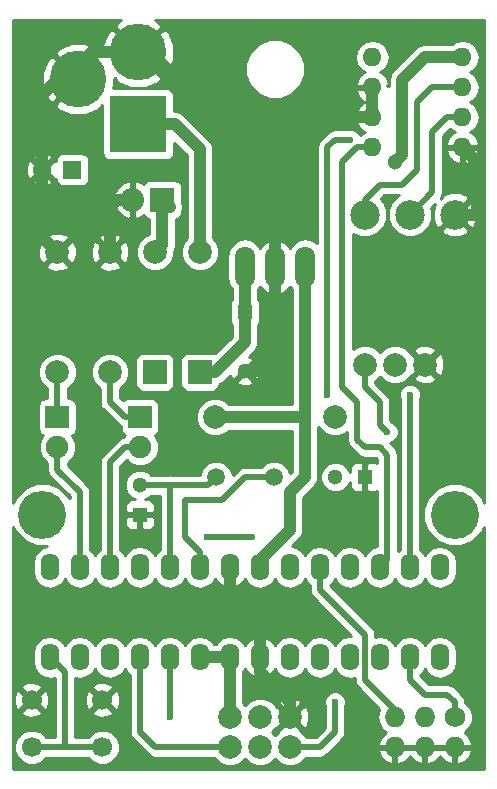
<source format=gbl>
G04 #@! TF.FileFunction,Copper,L2,Bot,Signal*
%FSLAX46Y46*%
G04 Gerber Fmt 4.6, Leading zero omitted, Abs format (unit mm)*
G04 Created by KiCad (PCBNEW 4.0.2-stable) date 2016 May 27, Friday 16:50:11*
%MOMM*%
G01*
G04 APERTURE LIST*
%ADD10C,0.100000*%
%ADD11C,2.000000*%
%ADD12C,2.500000*%
%ADD13C,4.800600*%
%ADD14R,4.800600X4.800600*%
%ADD15O,1.600000X2.300000*%
%ADD16C,1.727200*%
%ADD17O,1.727200X1.727200*%
%ADD18O,1.600000X1.600000*%
%ADD19R,2.000000X1.900000*%
%ADD20C,1.900000*%
%ADD21R,1.300000X1.300000*%
%ADD22C,1.300000*%
%ADD23R,1.524000X1.524000*%
%ADD24C,1.524000*%
%ADD25C,1.998980*%
%ADD26R,1.998980X1.998980*%
%ADD27R,2.032000X2.032000*%
%ADD28O,2.032000X2.032000*%
%ADD29O,1.699260X3.500120*%
%ADD30C,1.501140*%
%ADD31C,4.064000*%
%ADD32C,1.700000*%
%ADD33C,0.600000*%
%ADD34C,1.000000*%
%ADD35C,0.500000*%
%ADD36C,0.254000*%
G04 APERTURE END LIST*
D10*
D11*
X179070000Y-125730000D03*
X179070000Y-123190000D03*
X181610000Y-125730000D03*
X181610000Y-123190000D03*
X184150000Y-125730000D03*
X184150000Y-123190000D03*
D12*
X198120000Y-80645000D03*
X190500000Y-80645000D03*
X194310000Y-80645000D03*
D13*
X171300000Y-66900000D03*
D14*
X171300000Y-72996000D03*
D13*
X166220000Y-69186000D03*
D15*
X196850000Y-110490000D03*
X194310000Y-110490000D03*
X191770000Y-110490000D03*
X189230000Y-110490000D03*
X186690000Y-110490000D03*
X184150000Y-110490000D03*
X181610000Y-110490000D03*
X179070000Y-110490000D03*
X176530000Y-110490000D03*
X173990000Y-110490000D03*
X171450000Y-110490000D03*
X168910000Y-110490000D03*
X166370000Y-110490000D03*
X163830000Y-110490000D03*
X163830000Y-118110000D03*
X166370000Y-118110000D03*
X168910000Y-118110000D03*
X171450000Y-118110000D03*
X173990000Y-118110000D03*
X176530000Y-118110000D03*
X179070000Y-118110000D03*
X181610000Y-118110000D03*
X184150000Y-118110000D03*
X186690000Y-118110000D03*
X189230000Y-118110000D03*
X191770000Y-118110000D03*
X194310000Y-118110000D03*
X196850000Y-118110000D03*
D16*
X198120000Y-123190000D03*
D17*
X198120000Y-125730000D03*
X195580000Y-123190000D03*
X195580000Y-125730000D03*
X193040000Y-123190000D03*
X193040000Y-125730000D03*
D18*
X191135000Y-67310000D03*
X191135000Y-69850000D03*
X191135000Y-72390000D03*
X191135000Y-74930000D03*
X198755000Y-74930000D03*
X198755000Y-72390000D03*
X198755000Y-69850000D03*
X198755000Y-67310000D03*
D19*
X164465000Y-97790000D03*
D20*
X164465000Y-100330000D03*
D19*
X171450000Y-97790000D03*
D20*
X171450000Y-100330000D03*
D21*
X190500000Y-102870000D03*
D22*
X188000000Y-102870000D03*
D21*
X171450000Y-106045000D03*
D22*
X171450000Y-103545000D03*
D23*
X165735000Y-76835000D03*
D24*
X163195000Y-76835000D03*
D21*
X180340000Y-88900000D03*
D22*
X180340000Y-93900000D03*
D25*
X176527460Y-83820000D03*
D26*
X176527460Y-93980000D03*
D25*
X172717460Y-83820000D03*
D26*
X172717460Y-93980000D03*
D11*
X190500000Y-93345000D03*
X193040000Y-93345000D03*
X195580000Y-93345000D03*
D27*
X173355000Y-79375000D03*
D28*
X170815000Y-79375000D03*
D25*
X177800000Y-97790000D03*
X187960000Y-97790000D03*
X164465000Y-93980000D03*
X164465000Y-83820000D03*
X168910000Y-93980000D03*
X168910000Y-83820000D03*
D29*
X182880000Y-85090000D03*
X180340000Y-85090000D03*
X185420000Y-85090000D03*
D30*
X182780940Y-102870000D03*
X177899060Y-102870000D03*
D31*
X198120000Y-106045000D03*
X163195000Y-106045000D03*
D32*
X162275000Y-121730000D03*
X168275000Y-121730000D03*
X162275000Y-125730000D03*
X168275000Y-125730000D03*
D22*
X193040000Y-76200000D03*
D33*
X173990000Y-123190000D03*
X187960000Y-121920000D03*
X194310000Y-95885000D03*
X187325000Y-95885000D03*
X189230000Y-74295000D03*
X192405000Y-99060000D03*
X177165000Y-107950000D03*
X180975000Y-107950000D03*
D34*
X197485000Y-80645000D02*
X200025000Y-80645000D01*
X200025000Y-76200000D02*
X198755000Y-74930000D01*
X200025000Y-80645000D02*
X200025000Y-76200000D01*
X182880000Y-74930000D02*
X180340000Y-72390000D01*
X177800000Y-72390000D02*
X172310000Y-66900000D01*
X180340000Y-72390000D02*
X177800000Y-72390000D01*
X172310000Y-66900000D02*
X171300000Y-66900000D01*
X182880000Y-76200000D02*
X182880000Y-74930000D01*
X185420000Y-72390000D02*
X186690000Y-72390000D01*
X186690000Y-72390000D02*
X191135000Y-72390000D01*
X182880000Y-74930000D02*
X185420000Y-72390000D01*
X170815000Y-79375000D02*
X169545000Y-79375000D01*
X169545000Y-79375000D02*
X168910000Y-80010000D01*
X168910000Y-80010000D02*
X168910000Y-83820000D01*
X163195000Y-76835000D02*
X163195000Y-82550000D01*
X163195000Y-82550000D02*
X164465000Y-83820000D01*
X166220000Y-69186000D02*
X164494000Y-69186000D01*
X164494000Y-69186000D02*
X163195000Y-70485000D01*
X163195000Y-70485000D02*
X163195000Y-76835000D01*
X191135000Y-69850000D02*
X191135000Y-72390000D01*
X182880000Y-76180000D02*
X182880000Y-76200000D01*
X182880000Y-76200000D02*
X182880000Y-80010000D01*
X182880000Y-80010000D02*
X182880000Y-85090000D01*
X166220000Y-69186000D02*
X166220000Y-68080000D01*
X166220000Y-68080000D02*
X167400000Y-66900000D01*
X167400000Y-66900000D02*
X171300000Y-66900000D01*
X181610000Y-118110000D02*
X181610000Y-119380000D01*
X184150000Y-121920000D02*
X184150000Y-123190000D01*
X181610000Y-119380000D02*
X184150000Y-121920000D01*
X180340000Y-93900000D02*
X181690000Y-93900000D01*
X181690000Y-93900000D02*
X182880000Y-92710000D01*
X182880000Y-92710000D02*
X182880000Y-85090000D01*
X179070000Y-110490000D02*
X179070000Y-113030000D01*
X181610000Y-115570000D02*
X181610000Y-118110000D01*
X179070000Y-113030000D02*
X181610000Y-115570000D01*
D35*
X178435000Y-104775000D02*
X175260000Y-104775000D01*
X176530000Y-110490000D02*
X176530000Y-109220000D01*
X178435000Y-104775000D02*
X180340000Y-102870000D01*
X180340000Y-102870000D02*
X182780940Y-102870000D01*
X175260000Y-107950000D02*
X176530000Y-109220000D01*
X175260000Y-104775000D02*
X175260000Y-107950000D01*
X173990000Y-105410000D02*
X173990000Y-103545000D01*
X173990000Y-103545000D02*
X173990000Y-103505000D01*
X173990000Y-103505000D02*
X173990000Y-103545000D01*
X171450000Y-103545000D02*
X173990000Y-103545000D01*
X173990000Y-103545000D02*
X177224060Y-103545000D01*
X177224060Y-103545000D02*
X177899060Y-102870000D01*
X171450000Y-103545000D02*
X172760000Y-103545000D01*
X173990000Y-104775000D02*
X173990000Y-105410000D01*
X173990000Y-105410000D02*
X173990000Y-110490000D01*
D34*
X195580000Y-67310000D02*
X198755000Y-67310000D01*
X193675000Y-69215000D02*
X195580000Y-67310000D01*
X193675000Y-75565000D02*
X193675000Y-69215000D01*
X185420000Y-97790000D02*
X182880000Y-97790000D01*
X182880000Y-97790000D02*
X177800000Y-97790000D01*
X185420000Y-102870000D02*
X185420000Y-97790000D01*
X185420000Y-97790000D02*
X185420000Y-95250000D01*
X185420000Y-85090000D02*
X185420000Y-95250000D01*
X184150000Y-107315000D02*
X184150000Y-104140000D01*
X184150000Y-107315000D02*
X181610000Y-109855000D01*
X184150000Y-104140000D02*
X185420000Y-102870000D01*
X181610000Y-110490000D02*
X181610000Y-109855000D01*
X176530000Y-118110000D02*
X179070000Y-118110000D01*
X179070000Y-118110000D02*
X179070000Y-123190000D01*
X193040000Y-76200000D02*
X193675000Y-75565000D01*
X180340000Y-85090000D02*
X180340000Y-88900000D01*
X176527460Y-93980000D02*
X177800000Y-93980000D01*
X180340000Y-91440000D02*
X180340000Y-88900000D01*
X177800000Y-93980000D02*
X180340000Y-91440000D01*
D35*
X171450000Y-118110000D02*
X171450000Y-124460000D01*
X172720000Y-125730000D02*
X179070000Y-125730000D01*
X171450000Y-124460000D02*
X172720000Y-125730000D01*
X173990000Y-118110000D02*
X173990000Y-123190000D01*
X186690000Y-125730000D02*
X184150000Y-125730000D01*
X187960000Y-124460000D02*
X186690000Y-125730000D01*
X187960000Y-123190000D02*
X187960000Y-124460000D01*
X187960000Y-121920000D02*
X187960000Y-123190000D01*
D34*
X171300000Y-72996000D02*
X174396000Y-72996000D01*
X176527460Y-75127460D02*
X176527460Y-83820000D01*
X174396000Y-72996000D02*
X176527460Y-75127460D01*
D35*
X164465000Y-93980000D02*
X164465000Y-97790000D01*
X164465000Y-100330000D02*
X164465000Y-102235000D01*
X166370000Y-104140000D02*
X166370000Y-110490000D01*
X164465000Y-102235000D02*
X166370000Y-104140000D01*
X168910000Y-93980000D02*
X168910000Y-96520000D01*
X170180000Y-97790000D02*
X171450000Y-97790000D01*
X168910000Y-96520000D02*
X170180000Y-97790000D01*
X168910000Y-110490000D02*
X168910000Y-101600000D01*
X170180000Y-100330000D02*
X171450000Y-100330000D01*
X168910000Y-101600000D02*
X170180000Y-100330000D01*
D34*
X173355000Y-79375000D02*
X173355000Y-83182460D01*
X173355000Y-83182460D02*
X172717460Y-83820000D01*
X173987460Y-80007460D02*
X173355000Y-79375000D01*
D35*
X187325000Y-80645000D02*
X187325000Y-74930000D01*
X187325000Y-95250000D02*
X187325000Y-95885000D01*
X187325000Y-80645000D02*
X187325000Y-95250000D01*
X194310000Y-110490000D02*
X194310000Y-95885000D01*
X187960000Y-74295000D02*
X189230000Y-74295000D01*
X187325000Y-74930000D02*
X187960000Y-74295000D01*
X194310000Y-110490000D02*
X194310000Y-109855000D01*
X189865000Y-98425000D02*
X189865000Y-99695000D01*
X188595000Y-94615000D02*
X188595000Y-95250000D01*
X192405000Y-109855000D02*
X192405000Y-100965000D01*
X188595000Y-95250000D02*
X189865000Y-96520000D01*
X189865000Y-96520000D02*
X189865000Y-98425000D01*
X189865000Y-74930000D02*
X191135000Y-74930000D01*
X188595000Y-76200000D02*
X188595000Y-94615000D01*
X189865000Y-74930000D02*
X188595000Y-76200000D01*
X191770000Y-100330000D02*
X192405000Y-100965000D01*
X190500000Y-100330000D02*
X191770000Y-100330000D01*
X189865000Y-99695000D02*
X190500000Y-100330000D01*
X192405000Y-109855000D02*
X191770000Y-110490000D01*
X190500000Y-74930000D02*
X191135000Y-74930000D01*
X165100000Y-125730000D02*
X165100000Y-119380000D01*
X165100000Y-119380000D02*
X163830000Y-118110000D01*
X168275000Y-125730000D02*
X165100000Y-125730000D01*
X165100000Y-125730000D02*
X162275000Y-125730000D01*
X190500000Y-116205000D02*
X186690000Y-112395000D01*
X186690000Y-112395000D02*
X186690000Y-110490000D01*
X193040000Y-123190000D02*
X193040000Y-122555000D01*
X193040000Y-122555000D02*
X190500000Y-120015000D01*
X190500000Y-120015000D02*
X190500000Y-116205000D01*
X192405000Y-99060000D02*
X191770000Y-98425000D01*
X191770000Y-96520000D02*
X190500000Y-95250000D01*
X191770000Y-98425000D02*
X191770000Y-96520000D01*
X190500000Y-95250000D02*
X190500000Y-93345000D01*
X190500000Y-93345000D02*
X190500000Y-95250000D01*
X177165000Y-107950000D02*
X180975000Y-107950000D01*
X171450000Y-109855000D02*
X171450000Y-110490000D01*
X198120000Y-121920000D02*
X198120000Y-123190000D01*
X197485000Y-121285000D02*
X198120000Y-121920000D01*
X194310000Y-118110000D02*
X194310000Y-120015000D01*
X195580000Y-121285000D02*
X197485000Y-121285000D01*
X194310000Y-120015000D02*
X195580000Y-121285000D01*
X190500000Y-80645000D02*
X190500000Y-79375000D01*
X196215000Y-69850000D02*
X198755000Y-69850000D01*
X194945000Y-71120000D02*
X196215000Y-69850000D01*
X194945000Y-76835000D02*
X194945000Y-71120000D01*
X193675000Y-78105000D02*
X194945000Y-76835000D01*
X191770000Y-78105000D02*
X193675000Y-78105000D01*
X190500000Y-79375000D02*
X191770000Y-78105000D01*
X198755000Y-72390000D02*
X197485000Y-72390000D01*
X196215000Y-78740000D02*
X194310000Y-80645000D01*
X196215000Y-73660000D02*
X196215000Y-78740000D01*
X197485000Y-72390000D02*
X196215000Y-73660000D01*
D36*
G36*
X169585221Y-64323743D02*
X169315670Y-64736064D01*
X171300000Y-66720395D01*
X173284330Y-64736064D01*
X173014779Y-64323743D01*
X172738792Y-64210000D01*
X200585000Y-64210000D01*
X200585000Y-105026832D01*
X200382291Y-104536239D01*
X199632707Y-103785345D01*
X198652827Y-103378464D01*
X197591828Y-103377538D01*
X196611239Y-103782709D01*
X195860345Y-104532293D01*
X195453464Y-105512173D01*
X195452538Y-106573172D01*
X195857709Y-107553761D01*
X196607293Y-108304655D01*
X197587173Y-108711536D01*
X198648172Y-108712462D01*
X199628761Y-108307291D01*
X200379655Y-107557707D01*
X200585000Y-107063180D01*
X200585000Y-127560000D01*
X160730000Y-127560000D01*
X160730000Y-126024089D01*
X160789743Y-126024089D01*
X161015344Y-126570086D01*
X161432717Y-126988188D01*
X161978319Y-127214742D01*
X162569089Y-127215257D01*
X163115086Y-126989656D01*
X163490396Y-126615000D01*
X167060180Y-126615000D01*
X167432717Y-126988188D01*
X167978319Y-127214742D01*
X168569089Y-127215257D01*
X169115086Y-126989656D01*
X169533188Y-126572283D01*
X169759742Y-126026681D01*
X169760257Y-125435911D01*
X169534656Y-124889914D01*
X169117283Y-124471812D01*
X168571681Y-124245258D01*
X167980911Y-124244743D01*
X167434914Y-124470344D01*
X167059604Y-124845000D01*
X165985000Y-124845000D01*
X165985000Y-122773958D01*
X167410647Y-122773958D01*
X167490920Y-123025259D01*
X168046279Y-123226718D01*
X168636458Y-123200315D01*
X169059080Y-123025259D01*
X169139353Y-122773958D01*
X168275000Y-121909605D01*
X167410647Y-122773958D01*
X165985000Y-122773958D01*
X165985000Y-121501279D01*
X166778282Y-121501279D01*
X166804685Y-122091458D01*
X166979741Y-122514080D01*
X167231042Y-122594353D01*
X168095395Y-121730000D01*
X168454605Y-121730000D01*
X169318958Y-122594353D01*
X169570259Y-122514080D01*
X169771718Y-121958721D01*
X169745315Y-121368542D01*
X169570259Y-120945920D01*
X169318958Y-120865647D01*
X168454605Y-121730000D01*
X168095395Y-121730000D01*
X167231042Y-120865647D01*
X166979741Y-120945920D01*
X166778282Y-121501279D01*
X165985000Y-121501279D01*
X165985000Y-120686042D01*
X167410647Y-120686042D01*
X168275000Y-121550395D01*
X169139353Y-120686042D01*
X169059080Y-120434741D01*
X168503721Y-120233282D01*
X167913542Y-120259685D01*
X167490920Y-120434741D01*
X167410647Y-120686042D01*
X165985000Y-120686042D01*
X165985000Y-119853389D01*
X166370000Y-119929970D01*
X166919151Y-119820737D01*
X167384698Y-119509668D01*
X167640000Y-119127582D01*
X167895302Y-119509668D01*
X168360849Y-119820737D01*
X168910000Y-119929970D01*
X169459151Y-119820737D01*
X169924698Y-119509668D01*
X170180000Y-119127582D01*
X170435302Y-119509668D01*
X170565000Y-119596330D01*
X170565000Y-124459995D01*
X170564999Y-124460000D01*
X170621190Y-124742484D01*
X170632367Y-124798675D01*
X170824210Y-125085790D01*
X172094208Y-126355787D01*
X172094210Y-126355790D01*
X172381325Y-126547633D01*
X172720000Y-126615001D01*
X172720005Y-126615000D01*
X177666602Y-126615000D01*
X177683106Y-126654943D01*
X178142637Y-127115278D01*
X178743352Y-127364716D01*
X179393795Y-127365284D01*
X179994943Y-127116894D01*
X180340199Y-126772241D01*
X180682637Y-127115278D01*
X181283352Y-127364716D01*
X181933795Y-127365284D01*
X182534943Y-127116894D01*
X182880199Y-126772241D01*
X183222637Y-127115278D01*
X183823352Y-127364716D01*
X184473795Y-127365284D01*
X185074943Y-127116894D01*
X185535278Y-126657363D01*
X185552869Y-126615000D01*
X186689995Y-126615000D01*
X186690000Y-126615001D01*
X186972484Y-126558810D01*
X187028675Y-126547633D01*
X187315790Y-126355790D01*
X187315791Y-126355789D01*
X187582552Y-126089027D01*
X191585032Y-126089027D01*
X191833179Y-126618490D01*
X192265053Y-127012688D01*
X192680974Y-127184958D01*
X192913000Y-127063817D01*
X192913000Y-125857000D01*
X193167000Y-125857000D01*
X193167000Y-127063817D01*
X193399026Y-127184958D01*
X193814947Y-127012688D01*
X194246821Y-126618490D01*
X194310000Y-126483687D01*
X194373179Y-126618490D01*
X194805053Y-127012688D01*
X195220974Y-127184958D01*
X195453000Y-127063817D01*
X195453000Y-125857000D01*
X195707000Y-125857000D01*
X195707000Y-127063817D01*
X195939026Y-127184958D01*
X196354947Y-127012688D01*
X196786821Y-126618490D01*
X196850000Y-126483687D01*
X196913179Y-126618490D01*
X197345053Y-127012688D01*
X197760974Y-127184958D01*
X197993000Y-127063817D01*
X197993000Y-125857000D01*
X198247000Y-125857000D01*
X198247000Y-127063817D01*
X198479026Y-127184958D01*
X198894947Y-127012688D01*
X199326821Y-126618490D01*
X199574968Y-126089027D01*
X199454469Y-125857000D01*
X198247000Y-125857000D01*
X197993000Y-125857000D01*
X195707000Y-125857000D01*
X195453000Y-125857000D01*
X193167000Y-125857000D01*
X192913000Y-125857000D01*
X191705531Y-125857000D01*
X191585032Y-126089027D01*
X187582552Y-126089027D01*
X188585787Y-125085792D01*
X188585790Y-125085790D01*
X188777633Y-124798675D01*
X188777633Y-124798674D01*
X188845001Y-124460000D01*
X188845000Y-124459995D01*
X188845000Y-122226822D01*
X188894838Y-122106799D01*
X188895162Y-121734833D01*
X188753117Y-121391057D01*
X188490327Y-121127808D01*
X188146799Y-120985162D01*
X187774833Y-120984838D01*
X187431057Y-121126883D01*
X187167808Y-121389673D01*
X187025162Y-121733201D01*
X187024838Y-122105167D01*
X187075000Y-122226569D01*
X187075000Y-124093421D01*
X186323420Y-124845000D01*
X185553398Y-124845000D01*
X185536894Y-124805057D01*
X185110022Y-124377438D01*
X185122927Y-124342532D01*
X184150000Y-123369605D01*
X183177073Y-124342532D01*
X183190164Y-124377938D01*
X182879801Y-124687759D01*
X182652241Y-124459801D01*
X182962562Y-124150022D01*
X182997468Y-124162927D01*
X183970395Y-123190000D01*
X184329605Y-123190000D01*
X185302532Y-124162927D01*
X185569387Y-124064264D01*
X185795908Y-123454539D01*
X185771856Y-122804540D01*
X185569387Y-122315736D01*
X185302532Y-122217073D01*
X184329605Y-123190000D01*
X183970395Y-123190000D01*
X182997468Y-122217073D01*
X182962062Y-122230164D01*
X182769703Y-122037468D01*
X183177073Y-122037468D01*
X184150000Y-123010395D01*
X185122927Y-122037468D01*
X185024264Y-121770613D01*
X184414539Y-121544092D01*
X183764540Y-121568144D01*
X183275736Y-121770613D01*
X183177073Y-122037468D01*
X182769703Y-122037468D01*
X182537363Y-121804722D01*
X181936648Y-121555284D01*
X181286205Y-121554716D01*
X180685057Y-121803106D01*
X180339801Y-122147759D01*
X180205000Y-122012722D01*
X180205000Y-119329624D01*
X180337149Y-119131849D01*
X180685104Y-119564500D01*
X181178181Y-119834367D01*
X181260961Y-119851904D01*
X181483000Y-119729915D01*
X181483000Y-118237000D01*
X181463000Y-118237000D01*
X181463000Y-117983000D01*
X181483000Y-117983000D01*
X181483000Y-116490085D01*
X181260961Y-116368096D01*
X181178181Y-116385633D01*
X180685104Y-116655500D01*
X180337149Y-117088151D01*
X180084698Y-116710332D01*
X179619151Y-116399263D01*
X179070000Y-116290030D01*
X178520849Y-116399263D01*
X178055302Y-116710332D01*
X177878456Y-116975000D01*
X177721544Y-116975000D01*
X177544698Y-116710332D01*
X177079151Y-116399263D01*
X176530000Y-116290030D01*
X175980849Y-116399263D01*
X175515302Y-116710332D01*
X175260000Y-117092418D01*
X175004698Y-116710332D01*
X174539151Y-116399263D01*
X173990000Y-116290030D01*
X173440849Y-116399263D01*
X172975302Y-116710332D01*
X172720000Y-117092418D01*
X172464698Y-116710332D01*
X171999151Y-116399263D01*
X171450000Y-116290030D01*
X170900849Y-116399263D01*
X170435302Y-116710332D01*
X170180000Y-117092418D01*
X169924698Y-116710332D01*
X169459151Y-116399263D01*
X168910000Y-116290030D01*
X168360849Y-116399263D01*
X167895302Y-116710332D01*
X167640000Y-117092418D01*
X167384698Y-116710332D01*
X166919151Y-116399263D01*
X166370000Y-116290030D01*
X165820849Y-116399263D01*
X165355302Y-116710332D01*
X165100000Y-117092418D01*
X164844698Y-116710332D01*
X164379151Y-116399263D01*
X163830000Y-116290030D01*
X163280849Y-116399263D01*
X162815302Y-116710332D01*
X162504233Y-117175879D01*
X162395000Y-117725030D01*
X162395000Y-118494970D01*
X162504233Y-119044121D01*
X162815302Y-119509668D01*
X163280849Y-119820737D01*
X163830000Y-119929970D01*
X164215000Y-119853389D01*
X164215000Y-124845000D01*
X163489820Y-124845000D01*
X163117283Y-124471812D01*
X162571681Y-124245258D01*
X161980911Y-124244743D01*
X161434914Y-124470344D01*
X161016812Y-124887717D01*
X160790258Y-125433319D01*
X160789743Y-126024089D01*
X160730000Y-126024089D01*
X160730000Y-122773958D01*
X161410647Y-122773958D01*
X161490920Y-123025259D01*
X162046279Y-123226718D01*
X162636458Y-123200315D01*
X163059080Y-123025259D01*
X163139353Y-122773958D01*
X162275000Y-121909605D01*
X161410647Y-122773958D01*
X160730000Y-122773958D01*
X160730000Y-121501279D01*
X160778282Y-121501279D01*
X160804685Y-122091458D01*
X160979741Y-122514080D01*
X161231042Y-122594353D01*
X162095395Y-121730000D01*
X162454605Y-121730000D01*
X163318958Y-122594353D01*
X163570259Y-122514080D01*
X163771718Y-121958721D01*
X163745315Y-121368542D01*
X163570259Y-120945920D01*
X163318958Y-120865647D01*
X162454605Y-121730000D01*
X162095395Y-121730000D01*
X161231042Y-120865647D01*
X160979741Y-120945920D01*
X160778282Y-121501279D01*
X160730000Y-121501279D01*
X160730000Y-120686042D01*
X161410647Y-120686042D01*
X162275000Y-121550395D01*
X163139353Y-120686042D01*
X163059080Y-120434741D01*
X162503721Y-120233282D01*
X161913542Y-120259685D01*
X161490920Y-120434741D01*
X161410647Y-120686042D01*
X160730000Y-120686042D01*
X160730000Y-107063168D01*
X160932709Y-107553761D01*
X161682293Y-108304655D01*
X162662173Y-108711536D01*
X163617145Y-108712369D01*
X163280849Y-108779263D01*
X162815302Y-109090332D01*
X162504233Y-109555879D01*
X162395000Y-110105030D01*
X162395000Y-110874970D01*
X162504233Y-111424121D01*
X162815302Y-111889668D01*
X163280849Y-112200737D01*
X163830000Y-112309970D01*
X164379151Y-112200737D01*
X164844698Y-111889668D01*
X165100000Y-111507582D01*
X165355302Y-111889668D01*
X165820849Y-112200737D01*
X166370000Y-112309970D01*
X166919151Y-112200737D01*
X167384698Y-111889668D01*
X167640000Y-111507582D01*
X167895302Y-111889668D01*
X168360849Y-112200737D01*
X168910000Y-112309970D01*
X169459151Y-112200737D01*
X169924698Y-111889668D01*
X170180000Y-111507582D01*
X170435302Y-111889668D01*
X170900849Y-112200737D01*
X171450000Y-112309970D01*
X171999151Y-112200737D01*
X172464698Y-111889668D01*
X172720000Y-111507582D01*
X172975302Y-111889668D01*
X173440849Y-112200737D01*
X173990000Y-112309970D01*
X174539151Y-112200737D01*
X175004698Y-111889668D01*
X175260000Y-111507582D01*
X175515302Y-111889668D01*
X175980849Y-112200737D01*
X176530000Y-112309970D01*
X177079151Y-112200737D01*
X177544698Y-111889668D01*
X177797149Y-111511849D01*
X178145104Y-111944500D01*
X178638181Y-112214367D01*
X178720961Y-112231904D01*
X178943000Y-112109915D01*
X178943000Y-110617000D01*
X178923000Y-110617000D01*
X178923000Y-110363000D01*
X178943000Y-110363000D01*
X178943000Y-110343000D01*
X179197000Y-110343000D01*
X179197000Y-110363000D01*
X179217000Y-110363000D01*
X179217000Y-110617000D01*
X179197000Y-110617000D01*
X179197000Y-112109915D01*
X179419039Y-112231904D01*
X179501819Y-112214367D01*
X179994896Y-111944500D01*
X180342851Y-111511849D01*
X180595302Y-111889668D01*
X181060849Y-112200737D01*
X181610000Y-112309970D01*
X182159151Y-112200737D01*
X182624698Y-111889668D01*
X182880000Y-111507582D01*
X183135302Y-111889668D01*
X183600849Y-112200737D01*
X184150000Y-112309970D01*
X184699151Y-112200737D01*
X185164698Y-111889668D01*
X185420000Y-111507582D01*
X185675302Y-111889668D01*
X185805000Y-111976330D01*
X185805000Y-112394995D01*
X185804999Y-112395000D01*
X185861190Y-112677484D01*
X185872367Y-112733675D01*
X186064210Y-113020790D01*
X189359138Y-116315717D01*
X189230000Y-116290030D01*
X188680849Y-116399263D01*
X188215302Y-116710332D01*
X187960000Y-117092418D01*
X187704698Y-116710332D01*
X187239151Y-116399263D01*
X186690000Y-116290030D01*
X186140849Y-116399263D01*
X185675302Y-116710332D01*
X185420000Y-117092418D01*
X185164698Y-116710332D01*
X184699151Y-116399263D01*
X184150000Y-116290030D01*
X183600849Y-116399263D01*
X183135302Y-116710332D01*
X182882851Y-117088151D01*
X182534896Y-116655500D01*
X182041819Y-116385633D01*
X181959039Y-116368096D01*
X181737000Y-116490085D01*
X181737000Y-117983000D01*
X181757000Y-117983000D01*
X181757000Y-118237000D01*
X181737000Y-118237000D01*
X181737000Y-119729915D01*
X181959039Y-119851904D01*
X182041819Y-119834367D01*
X182534896Y-119564500D01*
X182882851Y-119131849D01*
X183135302Y-119509668D01*
X183600849Y-119820737D01*
X184150000Y-119929970D01*
X184699151Y-119820737D01*
X185164698Y-119509668D01*
X185420000Y-119127582D01*
X185675302Y-119509668D01*
X186140849Y-119820737D01*
X186690000Y-119929970D01*
X187239151Y-119820737D01*
X187704698Y-119509668D01*
X187960000Y-119127582D01*
X188215302Y-119509668D01*
X188680849Y-119820737D01*
X189230000Y-119929970D01*
X189615000Y-119853389D01*
X189615000Y-120014995D01*
X189614999Y-120015000D01*
X189671190Y-120297484D01*
X189682367Y-120353675D01*
X189874210Y-120640790D01*
X191721603Y-122488183D01*
X191655474Y-122587152D01*
X191541400Y-123160641D01*
X191541400Y-123219359D01*
X191655474Y-123792848D01*
X191980330Y-124279029D01*
X192251161Y-124459992D01*
X191833179Y-124841510D01*
X191585032Y-125370973D01*
X191705531Y-125603000D01*
X192913000Y-125603000D01*
X192913000Y-125583000D01*
X193167000Y-125583000D01*
X193167000Y-125603000D01*
X195453000Y-125603000D01*
X195453000Y-125583000D01*
X195707000Y-125583000D01*
X195707000Y-125603000D01*
X197993000Y-125603000D01*
X197993000Y-125583000D01*
X198247000Y-125583000D01*
X198247000Y-125603000D01*
X199454469Y-125603000D01*
X199574968Y-125370973D01*
X199326821Y-124841510D01*
X198928111Y-124477583D01*
X198967780Y-124461192D01*
X199389710Y-124039997D01*
X199618339Y-123489398D01*
X199618859Y-122893218D01*
X199391192Y-122342220D01*
X199005000Y-121955354D01*
X199005000Y-121920005D01*
X199005001Y-121920000D01*
X198937634Y-121581326D01*
X198873975Y-121486054D01*
X198745790Y-121294210D01*
X198745787Y-121294208D01*
X198110790Y-120659210D01*
X198083222Y-120640790D01*
X197823675Y-120467367D01*
X197767484Y-120456190D01*
X197485000Y-120399999D01*
X197484995Y-120400000D01*
X195946579Y-120400000D01*
X195195000Y-119648420D01*
X195195000Y-119596330D01*
X195324698Y-119509668D01*
X195580000Y-119127582D01*
X195835302Y-119509668D01*
X196300849Y-119820737D01*
X196850000Y-119929970D01*
X197399151Y-119820737D01*
X197864698Y-119509668D01*
X198175767Y-119044121D01*
X198285000Y-118494970D01*
X198285000Y-117725030D01*
X198175767Y-117175879D01*
X197864698Y-116710332D01*
X197399151Y-116399263D01*
X196850000Y-116290030D01*
X196300849Y-116399263D01*
X195835302Y-116710332D01*
X195580000Y-117092418D01*
X195324698Y-116710332D01*
X194859151Y-116399263D01*
X194310000Y-116290030D01*
X193760849Y-116399263D01*
X193295302Y-116710332D01*
X193040000Y-117092418D01*
X192784698Y-116710332D01*
X192319151Y-116399263D01*
X191770000Y-116290030D01*
X191385000Y-116366611D01*
X191385000Y-116205005D01*
X191385001Y-116205000D01*
X191317633Y-115866326D01*
X191317633Y-115866325D01*
X191125790Y-115579210D01*
X191125787Y-115579208D01*
X187575000Y-112028420D01*
X187575000Y-111976330D01*
X187704698Y-111889668D01*
X187960000Y-111507582D01*
X188215302Y-111889668D01*
X188680849Y-112200737D01*
X189230000Y-112309970D01*
X189779151Y-112200737D01*
X190244698Y-111889668D01*
X190500000Y-111507582D01*
X190755302Y-111889668D01*
X191220849Y-112200737D01*
X191770000Y-112309970D01*
X192319151Y-112200737D01*
X192784698Y-111889668D01*
X193040000Y-111507582D01*
X193295302Y-111889668D01*
X193760849Y-112200737D01*
X194310000Y-112309970D01*
X194859151Y-112200737D01*
X195324698Y-111889668D01*
X195580000Y-111507582D01*
X195835302Y-111889668D01*
X196300849Y-112200737D01*
X196850000Y-112309970D01*
X197399151Y-112200737D01*
X197864698Y-111889668D01*
X198175767Y-111424121D01*
X198285000Y-110874970D01*
X198285000Y-110105030D01*
X198175767Y-109555879D01*
X197864698Y-109090332D01*
X197399151Y-108779263D01*
X196850000Y-108670030D01*
X196300849Y-108779263D01*
X195835302Y-109090332D01*
X195580000Y-109472418D01*
X195324698Y-109090332D01*
X195195000Y-109003670D01*
X195195000Y-96191822D01*
X195244838Y-96071799D01*
X195245162Y-95699833D01*
X195103117Y-95356057D01*
X194840327Y-95092808D01*
X194496799Y-94950162D01*
X194124833Y-94949838D01*
X193781057Y-95091883D01*
X193517808Y-95354673D01*
X193375162Y-95698201D01*
X193374838Y-96070167D01*
X193425000Y-96191569D01*
X193425000Y-109003670D01*
X193295302Y-109090332D01*
X193290000Y-109098267D01*
X193290000Y-100965005D01*
X193290001Y-100965000D01*
X193222634Y-100626326D01*
X193146667Y-100512633D01*
X193030790Y-100339210D01*
X193030787Y-100339208D01*
X192658505Y-99966925D01*
X192933943Y-99853117D01*
X193197192Y-99590327D01*
X193339838Y-99246799D01*
X193340162Y-98874833D01*
X193198117Y-98531057D01*
X192935327Y-98267808D01*
X192814013Y-98217434D01*
X192655000Y-98058420D01*
X192655000Y-96520005D01*
X192655001Y-96520000D01*
X192587633Y-96181325D01*
X192513360Y-96070167D01*
X192395790Y-95894210D01*
X192395787Y-95894208D01*
X191385000Y-94883420D01*
X191385000Y-94748398D01*
X191424943Y-94731894D01*
X191770199Y-94387241D01*
X192112637Y-94730278D01*
X192713352Y-94979716D01*
X193363795Y-94980284D01*
X193964943Y-94731894D01*
X194199715Y-94497532D01*
X194607073Y-94497532D01*
X194705736Y-94764387D01*
X195315461Y-94990908D01*
X195965460Y-94966856D01*
X196454264Y-94764387D01*
X196552927Y-94497532D01*
X195580000Y-93524605D01*
X194607073Y-94497532D01*
X194199715Y-94497532D01*
X194392562Y-94305022D01*
X194427468Y-94317927D01*
X195400395Y-93345000D01*
X195759605Y-93345000D01*
X196732532Y-94317927D01*
X196999387Y-94219264D01*
X197225908Y-93609539D01*
X197201856Y-92959540D01*
X196999387Y-92470736D01*
X196732532Y-92372073D01*
X195759605Y-93345000D01*
X195400395Y-93345000D01*
X194427468Y-92372073D01*
X194392062Y-92385164D01*
X194199703Y-92192468D01*
X194607073Y-92192468D01*
X195580000Y-93165395D01*
X196552927Y-92192468D01*
X196454264Y-91925613D01*
X195844539Y-91699092D01*
X195194540Y-91723144D01*
X194705736Y-91925613D01*
X194607073Y-92192468D01*
X194199703Y-92192468D01*
X193967363Y-91959722D01*
X193366648Y-91710284D01*
X192716205Y-91709716D01*
X192115057Y-91958106D01*
X191769801Y-92302759D01*
X191427363Y-91959722D01*
X190826648Y-91710284D01*
X190176205Y-91709716D01*
X189575057Y-91958106D01*
X189480000Y-92052997D01*
X189480000Y-82262506D01*
X190123405Y-82529672D01*
X190873305Y-82530326D01*
X191566372Y-82243957D01*
X192097093Y-81714161D01*
X192384672Y-81021595D01*
X192385326Y-80271695D01*
X192098957Y-79578628D01*
X191823695Y-79302885D01*
X192136579Y-78990000D01*
X193379263Y-78990000D01*
X193243628Y-79046043D01*
X192712907Y-79575839D01*
X192425328Y-80268405D01*
X192424674Y-81018305D01*
X192711043Y-81711372D01*
X193240839Y-82242093D01*
X193933405Y-82529672D01*
X194683305Y-82530326D01*
X195376372Y-82243957D01*
X195642472Y-81978320D01*
X196966285Y-81978320D01*
X197095533Y-82271123D01*
X197795806Y-82539388D01*
X198545435Y-82519250D01*
X199144467Y-82271123D01*
X199273715Y-81978320D01*
X198120000Y-80824605D01*
X196966285Y-81978320D01*
X195642472Y-81978320D01*
X195907093Y-81714161D01*
X196194672Y-81021595D01*
X196195326Y-80271695D01*
X196119178Y-80087402D01*
X196436642Y-79769937D01*
X196225612Y-80320806D01*
X196245750Y-81070435D01*
X196493877Y-81669467D01*
X196786680Y-81798715D01*
X197940395Y-80645000D01*
X198299605Y-80645000D01*
X199453320Y-81798715D01*
X199746123Y-81669467D01*
X200014388Y-80969194D01*
X199994250Y-80219565D01*
X199746123Y-79620533D01*
X199453320Y-79491285D01*
X198299605Y-80645000D01*
X197940395Y-80645000D01*
X197926253Y-80630858D01*
X198105858Y-80451253D01*
X198120000Y-80465395D01*
X199273715Y-79311680D01*
X199144467Y-79018877D01*
X198444194Y-78750612D01*
X197694565Y-78770750D01*
X197095533Y-79018877D01*
X196966286Y-79311678D01*
X196912731Y-79258123D01*
X197032633Y-79078675D01*
X197049863Y-78992054D01*
X197100001Y-78740000D01*
X197100000Y-78739995D01*
X197100000Y-75279039D01*
X197363096Y-75279039D01*
X197523959Y-75667423D01*
X197899866Y-76082389D01*
X198405959Y-76321914D01*
X198628000Y-76200629D01*
X198628000Y-75057000D01*
X198882000Y-75057000D01*
X198882000Y-76200629D01*
X199104041Y-76321914D01*
X199610134Y-76082389D01*
X199986041Y-75667423D01*
X200146904Y-75279039D01*
X200024915Y-75057000D01*
X198882000Y-75057000D01*
X198628000Y-75057000D01*
X197485085Y-75057000D01*
X197363096Y-75279039D01*
X197100000Y-75279039D01*
X197100000Y-74026580D01*
X197717999Y-73408580D01*
X198116703Y-73674986D01*
X197899866Y-73777611D01*
X197523959Y-74192577D01*
X197363096Y-74580961D01*
X197485085Y-74803000D01*
X198628000Y-74803000D01*
X198628000Y-74783000D01*
X198882000Y-74783000D01*
X198882000Y-74803000D01*
X200024915Y-74803000D01*
X200146904Y-74580961D01*
X199986041Y-74192577D01*
X199610134Y-73777611D01*
X199393297Y-73674986D01*
X199797811Y-73404698D01*
X200108880Y-72939151D01*
X200218113Y-72390000D01*
X200108880Y-71840849D01*
X199797811Y-71375302D01*
X199415725Y-71120000D01*
X199797811Y-70864698D01*
X200108880Y-70399151D01*
X200218113Y-69850000D01*
X200108880Y-69300849D01*
X199797811Y-68835302D01*
X199415725Y-68580000D01*
X199797811Y-68324698D01*
X200108880Y-67859151D01*
X200218113Y-67310000D01*
X200108880Y-66760849D01*
X199797811Y-66295302D01*
X199332264Y-65984233D01*
X198783113Y-65875000D01*
X198726887Y-65875000D01*
X198177736Y-65984233D01*
X197892233Y-66175000D01*
X195580000Y-66175000D01*
X195145654Y-66261397D01*
X194777434Y-66507434D01*
X192872434Y-68412434D01*
X192626397Y-68780654D01*
X192540000Y-69215000D01*
X192540000Y-69722998D01*
X192404916Y-69722998D01*
X192526904Y-69500961D01*
X192366041Y-69112577D01*
X191990134Y-68697611D01*
X191773297Y-68594986D01*
X192177811Y-68324698D01*
X192488880Y-67859151D01*
X192598113Y-67310000D01*
X192488880Y-66760849D01*
X192177811Y-66295302D01*
X191712264Y-65984233D01*
X191163113Y-65875000D01*
X191106887Y-65875000D01*
X190557736Y-65984233D01*
X190092189Y-66295302D01*
X189781120Y-66760849D01*
X189671887Y-67310000D01*
X189781120Y-67859151D01*
X190092189Y-68324698D01*
X190496703Y-68594986D01*
X190279866Y-68697611D01*
X189903959Y-69112577D01*
X189743096Y-69500961D01*
X189865085Y-69723000D01*
X191008000Y-69723000D01*
X191008000Y-69703000D01*
X191262000Y-69703000D01*
X191262000Y-69723000D01*
X191282000Y-69723000D01*
X191282000Y-69977000D01*
X191262000Y-69977000D01*
X191262000Y-72263000D01*
X191282000Y-72263000D01*
X191282000Y-72517000D01*
X191262000Y-72517000D01*
X191262000Y-72537000D01*
X191008000Y-72537000D01*
X191008000Y-72517000D01*
X189865085Y-72517000D01*
X189743096Y-72739039D01*
X189903959Y-73127423D01*
X190279866Y-73542389D01*
X190496703Y-73645014D01*
X190092189Y-73915302D01*
X190087613Y-73922150D01*
X190023117Y-73766057D01*
X189760327Y-73502808D01*
X189416799Y-73360162D01*
X189044833Y-73359838D01*
X188923431Y-73410000D01*
X187960005Y-73410000D01*
X187960000Y-73409999D01*
X187621326Y-73477366D01*
X187530452Y-73538086D01*
X187334210Y-73669210D01*
X187334208Y-73669213D01*
X186699210Y-74304210D01*
X186507367Y-74591325D01*
X186507367Y-74591326D01*
X186439999Y-74930000D01*
X186440000Y-74930005D01*
X186440000Y-83073146D01*
X185988143Y-82771225D01*
X185420000Y-82658214D01*
X184851857Y-82771225D01*
X184370208Y-83093052D01*
X184144484Y-83430873D01*
X183839989Y-83049976D01*
X183330810Y-82769351D01*
X183236832Y-82748460D01*
X183007000Y-82869786D01*
X183007000Y-84963000D01*
X183027000Y-84963000D01*
X183027000Y-85217000D01*
X183007000Y-85217000D01*
X183007000Y-87310214D01*
X183236832Y-87431540D01*
X183330810Y-87410649D01*
X183839989Y-87130024D01*
X184144484Y-86749127D01*
X184285000Y-86959425D01*
X184285000Y-96655000D01*
X178976484Y-96655000D01*
X178727073Y-96405154D01*
X178126547Y-96155794D01*
X177476306Y-96155226D01*
X176875345Y-96403538D01*
X176415154Y-96862927D01*
X176165794Y-97463453D01*
X176165226Y-98113694D01*
X176413538Y-98714655D01*
X176872927Y-99174846D01*
X177473453Y-99424206D01*
X178123694Y-99424774D01*
X178724655Y-99176462D01*
X178976556Y-98925000D01*
X184285000Y-98925000D01*
X184285000Y-102399868D01*
X184144095Y-102540773D01*
X183956254Y-102086163D01*
X183566827Y-101696056D01*
X183057756Y-101484671D01*
X182506542Y-101484190D01*
X181997103Y-101694686D01*
X181706282Y-101985000D01*
X180340005Y-101985000D01*
X180340000Y-101984999D01*
X180057516Y-102041190D01*
X180001325Y-102052367D01*
X179714210Y-102244210D01*
X179714208Y-102244213D01*
X179284802Y-102673619D01*
X179284870Y-102595602D01*
X179074374Y-102086163D01*
X178684947Y-101696056D01*
X178175876Y-101484671D01*
X177624662Y-101484190D01*
X177115223Y-101694686D01*
X176725116Y-102084113D01*
X176513731Y-102593184D01*
X176513673Y-102660000D01*
X174191093Y-102660000D01*
X173990000Y-102620000D01*
X173788907Y-102660000D01*
X172382224Y-102660000D01*
X172178845Y-102456265D01*
X171706724Y-102260223D01*
X171195519Y-102259777D01*
X170723057Y-102454995D01*
X170361265Y-102816155D01*
X170165223Y-103288276D01*
X170164777Y-103799481D01*
X170359995Y-104271943D01*
X170721155Y-104633735D01*
X171025235Y-104760000D01*
X170673690Y-104760000D01*
X170440301Y-104856673D01*
X170261673Y-105035302D01*
X170165000Y-105268691D01*
X170165000Y-105759250D01*
X170323750Y-105918000D01*
X171323000Y-105918000D01*
X171323000Y-105898000D01*
X171577000Y-105898000D01*
X171577000Y-105918000D01*
X172576250Y-105918000D01*
X172735000Y-105759250D01*
X172735000Y-105268691D01*
X172638327Y-105035302D01*
X172459699Y-104856673D01*
X172226310Y-104760000D01*
X171874433Y-104760000D01*
X172176943Y-104635005D01*
X172382307Y-104430000D01*
X173105000Y-104430000D01*
X173105000Y-109003670D01*
X172975302Y-109090332D01*
X172720000Y-109472418D01*
X172464698Y-109090332D01*
X171999151Y-108779263D01*
X171450000Y-108670030D01*
X170900849Y-108779263D01*
X170435302Y-109090332D01*
X170180000Y-109472418D01*
X169924698Y-109090332D01*
X169795000Y-109003670D01*
X169795000Y-106330750D01*
X170165000Y-106330750D01*
X170165000Y-106821309D01*
X170261673Y-107054698D01*
X170440301Y-107233327D01*
X170673690Y-107330000D01*
X171164250Y-107330000D01*
X171323000Y-107171250D01*
X171323000Y-106172000D01*
X171577000Y-106172000D01*
X171577000Y-107171250D01*
X171735750Y-107330000D01*
X172226310Y-107330000D01*
X172459699Y-107233327D01*
X172638327Y-107054698D01*
X172735000Y-106821309D01*
X172735000Y-106330750D01*
X172576250Y-106172000D01*
X171577000Y-106172000D01*
X171323000Y-106172000D01*
X170323750Y-106172000D01*
X170165000Y-106330750D01*
X169795000Y-106330750D01*
X169795000Y-101966580D01*
X170320033Y-101441546D01*
X170550997Y-101672914D01*
X171133341Y-101914724D01*
X171763893Y-101915275D01*
X172346657Y-101674481D01*
X172792914Y-101229003D01*
X173034724Y-100646659D01*
X173035275Y-100016107D01*
X172794481Y-99433343D01*
X172696971Y-99335663D01*
X172901441Y-99204090D01*
X173046431Y-98991890D01*
X173097440Y-98740000D01*
X173097440Y-96840000D01*
X173053162Y-96604683D01*
X172914090Y-96388559D01*
X172701890Y-96243569D01*
X172450000Y-96192560D01*
X170450000Y-96192560D01*
X170214683Y-96236838D01*
X170010078Y-96368498D01*
X169795000Y-96153420D01*
X169795000Y-95382847D01*
X169834655Y-95366462D01*
X170294846Y-94907073D01*
X170544206Y-94306547D01*
X170544774Y-93656306D01*
X170296462Y-93055345D01*
X170221758Y-92980510D01*
X171070530Y-92980510D01*
X171070530Y-94979490D01*
X171114808Y-95214807D01*
X171253880Y-95430931D01*
X171466080Y-95575921D01*
X171717970Y-95626930D01*
X173716950Y-95626930D01*
X173952267Y-95582652D01*
X174168391Y-95443580D01*
X174313381Y-95231380D01*
X174364390Y-94979490D01*
X174364390Y-92980510D01*
X174880530Y-92980510D01*
X174880530Y-94979490D01*
X174924808Y-95214807D01*
X175063880Y-95430931D01*
X175276080Y-95575921D01*
X175527970Y-95626930D01*
X177526950Y-95626930D01*
X177762267Y-95582652D01*
X177978391Y-95443580D01*
X178123381Y-95231380D01*
X178161510Y-95043091D01*
X178234346Y-95028603D01*
X178577946Y-94799016D01*
X179620590Y-94799016D01*
X179676271Y-95029611D01*
X180159078Y-95197622D01*
X180669428Y-95168083D01*
X181003729Y-95029611D01*
X181059410Y-94799016D01*
X180340000Y-94079605D01*
X179620590Y-94799016D01*
X178577946Y-94799016D01*
X178602566Y-94782566D01*
X179096458Y-94288674D01*
X179210389Y-94563729D01*
X179440984Y-94619410D01*
X180160395Y-93900000D01*
X180519605Y-93900000D01*
X181239016Y-94619410D01*
X181469611Y-94563729D01*
X181637622Y-94080922D01*
X181608083Y-93570572D01*
X181469611Y-93236271D01*
X181239016Y-93180590D01*
X180519605Y-93900000D01*
X180160395Y-93900000D01*
X180146253Y-93885858D01*
X180325858Y-93706253D01*
X180340000Y-93720395D01*
X181059410Y-93000984D01*
X181003729Y-92770389D01*
X180715162Y-92669971D01*
X181142566Y-92242567D01*
X181388603Y-91874346D01*
X181423463Y-91699092D01*
X181475000Y-91440000D01*
X181475000Y-89964975D01*
X181586431Y-89801890D01*
X181637440Y-89550000D01*
X181637440Y-88250000D01*
X181593162Y-88014683D01*
X181475000Y-87831054D01*
X181475000Y-86959425D01*
X181615516Y-86749127D01*
X181920011Y-87130024D01*
X182429190Y-87410649D01*
X182523168Y-87431540D01*
X182753000Y-87310214D01*
X182753000Y-85217000D01*
X182733000Y-85217000D01*
X182733000Y-84963000D01*
X182753000Y-84963000D01*
X182753000Y-82869786D01*
X182523168Y-82748460D01*
X182429190Y-82769351D01*
X181920011Y-83049976D01*
X181615516Y-83430873D01*
X181389792Y-83093052D01*
X180908143Y-82771225D01*
X180340000Y-82658214D01*
X179771857Y-82771225D01*
X179290208Y-83093052D01*
X178968381Y-83574701D01*
X178855370Y-84142844D01*
X178855370Y-86037156D01*
X178968381Y-86605299D01*
X179205000Y-86959425D01*
X179205000Y-87835025D01*
X179093569Y-87998110D01*
X179042560Y-88250000D01*
X179042560Y-89550000D01*
X179086838Y-89785317D01*
X179205000Y-89968946D01*
X179205000Y-90969867D01*
X177785938Y-92388929D01*
X177778840Y-92384079D01*
X177526950Y-92333070D01*
X175527970Y-92333070D01*
X175292653Y-92377348D01*
X175076529Y-92516420D01*
X174931539Y-92728620D01*
X174880530Y-92980510D01*
X174364390Y-92980510D01*
X174320112Y-92745193D01*
X174181040Y-92529069D01*
X173968840Y-92384079D01*
X173716950Y-92333070D01*
X171717970Y-92333070D01*
X171482653Y-92377348D01*
X171266529Y-92516420D01*
X171121539Y-92728620D01*
X171070530Y-92980510D01*
X170221758Y-92980510D01*
X169837073Y-92595154D01*
X169236547Y-92345794D01*
X168586306Y-92345226D01*
X167985345Y-92593538D01*
X167525154Y-93052927D01*
X167275794Y-93653453D01*
X167275226Y-94303694D01*
X167523538Y-94904655D01*
X167982927Y-95364846D01*
X168025000Y-95382316D01*
X168025000Y-96519995D01*
X168024999Y-96520000D01*
X168061328Y-96702633D01*
X168092367Y-96858675D01*
X168178401Y-96987434D01*
X168284210Y-97145790D01*
X169554208Y-98415787D01*
X169554210Y-98415790D01*
X169802560Y-98581731D01*
X169802560Y-98740000D01*
X169846838Y-98975317D01*
X169985910Y-99191441D01*
X170198110Y-99336431D01*
X170201192Y-99337055D01*
X170107086Y-99430997D01*
X170094184Y-99462069D01*
X169841325Y-99512367D01*
X169554210Y-99704210D01*
X169554208Y-99704213D01*
X168284210Y-100974210D01*
X168092367Y-101261325D01*
X168092367Y-101261326D01*
X168024999Y-101600000D01*
X168025000Y-101600005D01*
X168025000Y-109003670D01*
X167895302Y-109090332D01*
X167640000Y-109472418D01*
X167384698Y-109090332D01*
X167255000Y-109003670D01*
X167255000Y-104140005D01*
X167255001Y-104140000D01*
X167187633Y-103801326D01*
X167187633Y-103801325D01*
X166995790Y-103514210D01*
X166995787Y-103514208D01*
X165350000Y-101868420D01*
X165350000Y-101679298D01*
X165361657Y-101674481D01*
X165807914Y-101229003D01*
X166049724Y-100646659D01*
X166050275Y-100016107D01*
X165809481Y-99433343D01*
X165711971Y-99335663D01*
X165916441Y-99204090D01*
X166061431Y-98991890D01*
X166112440Y-98740000D01*
X166112440Y-96840000D01*
X166068162Y-96604683D01*
X165929090Y-96388559D01*
X165716890Y-96243569D01*
X165465000Y-96192560D01*
X165350000Y-96192560D01*
X165350000Y-95382847D01*
X165389655Y-95366462D01*
X165849846Y-94907073D01*
X166099206Y-94306547D01*
X166099774Y-93656306D01*
X165851462Y-93055345D01*
X165392073Y-92595154D01*
X164791547Y-92345794D01*
X164141306Y-92345226D01*
X163540345Y-92593538D01*
X163080154Y-93052927D01*
X162830794Y-93653453D01*
X162830226Y-94303694D01*
X163078538Y-94904655D01*
X163537927Y-95364846D01*
X163580000Y-95382316D01*
X163580000Y-96192560D01*
X163465000Y-96192560D01*
X163229683Y-96236838D01*
X163013559Y-96375910D01*
X162868569Y-96588110D01*
X162817560Y-96840000D01*
X162817560Y-98740000D01*
X162861838Y-98975317D01*
X163000910Y-99191441D01*
X163213110Y-99336431D01*
X163216192Y-99337055D01*
X163122086Y-99430997D01*
X162880276Y-100013341D01*
X162879725Y-100643893D01*
X163120519Y-101226657D01*
X163565997Y-101672914D01*
X163580000Y-101678729D01*
X163580000Y-102234995D01*
X163579999Y-102235000D01*
X163636190Y-102517484D01*
X163647367Y-102573675D01*
X163750060Y-102727367D01*
X163839210Y-102860790D01*
X165485000Y-104506579D01*
X165485000Y-104603300D01*
X165457291Y-104536239D01*
X164707707Y-103785345D01*
X163727827Y-103378464D01*
X162666828Y-103377538D01*
X161686239Y-103782709D01*
X160935345Y-104532293D01*
X160730000Y-105026820D01*
X160730000Y-84972163D01*
X163492443Y-84972163D01*
X163591042Y-85238965D01*
X164200582Y-85465401D01*
X164850377Y-85441341D01*
X165338958Y-85238965D01*
X165437557Y-84972163D01*
X167937443Y-84972163D01*
X168036042Y-85238965D01*
X168645582Y-85465401D01*
X169295377Y-85441341D01*
X169783958Y-85238965D01*
X169882557Y-84972163D01*
X168910000Y-83999605D01*
X167937443Y-84972163D01*
X165437557Y-84972163D01*
X164465000Y-83999605D01*
X163492443Y-84972163D01*
X160730000Y-84972163D01*
X160730000Y-83555582D01*
X162819599Y-83555582D01*
X162843659Y-84205377D01*
X163046035Y-84693958D01*
X163312837Y-84792557D01*
X164285395Y-83820000D01*
X164644605Y-83820000D01*
X165617163Y-84792557D01*
X165883965Y-84693958D01*
X166110401Y-84084418D01*
X166090820Y-83555582D01*
X167264599Y-83555582D01*
X167288659Y-84205377D01*
X167491035Y-84693958D01*
X167757837Y-84792557D01*
X168730395Y-83820000D01*
X169089605Y-83820000D01*
X170062163Y-84792557D01*
X170328965Y-84693958D01*
X170555401Y-84084418D01*
X170531341Y-83434623D01*
X170328965Y-82946042D01*
X170062163Y-82847443D01*
X169089605Y-83820000D01*
X168730395Y-83820000D01*
X167757837Y-82847443D01*
X167491035Y-82946042D01*
X167264599Y-83555582D01*
X166090820Y-83555582D01*
X166086341Y-83434623D01*
X165883965Y-82946042D01*
X165617163Y-82847443D01*
X164644605Y-83820000D01*
X164285395Y-83820000D01*
X163312837Y-82847443D01*
X163046035Y-82946042D01*
X162819599Y-83555582D01*
X160730000Y-83555582D01*
X160730000Y-82667837D01*
X163492443Y-82667837D01*
X164465000Y-83640395D01*
X165437557Y-82667837D01*
X167937443Y-82667837D01*
X168910000Y-83640395D01*
X169882557Y-82667837D01*
X169783958Y-82401035D01*
X169174418Y-82174599D01*
X168524623Y-82198659D01*
X168036042Y-82401035D01*
X167937443Y-82667837D01*
X165437557Y-82667837D01*
X165338958Y-82401035D01*
X164729418Y-82174599D01*
X164079623Y-82198659D01*
X163591042Y-82401035D01*
X163492443Y-82667837D01*
X160730000Y-82667837D01*
X160730000Y-79757946D01*
X169209017Y-79757946D01*
X169477812Y-80343379D01*
X169950182Y-80781385D01*
X170432056Y-80980975D01*
X170688000Y-80861836D01*
X170688000Y-79502000D01*
X169327633Y-79502000D01*
X169209017Y-79757946D01*
X160730000Y-79757946D01*
X160730000Y-78992054D01*
X169209017Y-78992054D01*
X169327633Y-79248000D01*
X170688000Y-79248000D01*
X170688000Y-77888164D01*
X170942000Y-77888164D01*
X170942000Y-79248000D01*
X170962000Y-79248000D01*
X170962000Y-79502000D01*
X170942000Y-79502000D01*
X170942000Y-80861836D01*
X171197944Y-80980975D01*
X171679818Y-80781385D01*
X171777398Y-80690903D01*
X171874910Y-80842441D01*
X172087110Y-80987431D01*
X172220000Y-81014342D01*
X172220000Y-82257025D01*
X171792805Y-82433538D01*
X171332614Y-82892927D01*
X171083254Y-83493453D01*
X171082686Y-84143694D01*
X171330998Y-84744655D01*
X171790387Y-85204846D01*
X172390913Y-85454206D01*
X173041154Y-85454774D01*
X173642115Y-85206462D01*
X174102306Y-84747073D01*
X174351666Y-84146547D01*
X174352061Y-83693943D01*
X174387841Y-83640395D01*
X174403603Y-83616806D01*
X174490000Y-83182460D01*
X174490000Y-81016049D01*
X174606317Y-80994162D01*
X174822441Y-80855090D01*
X174967431Y-80642890D01*
X174996013Y-80501746D01*
X175036064Y-80441806D01*
X175122460Y-80007460D01*
X175036064Y-79573115D01*
X175018440Y-79546739D01*
X175018440Y-78359000D01*
X174974162Y-78123683D01*
X174835090Y-77907559D01*
X174622890Y-77762569D01*
X174371000Y-77711560D01*
X172339000Y-77711560D01*
X172103683Y-77755838D01*
X171887559Y-77894910D01*
X171776160Y-78057948D01*
X171679818Y-77968615D01*
X171197944Y-77769025D01*
X170942000Y-77888164D01*
X170688000Y-77888164D01*
X170432056Y-77769025D01*
X169950182Y-77968615D01*
X169477812Y-78406621D01*
X169209017Y-78992054D01*
X160730000Y-78992054D01*
X160730000Y-77815213D01*
X162394392Y-77815213D01*
X162463857Y-78057397D01*
X162987302Y-78244144D01*
X163542368Y-78216362D01*
X163926143Y-78057397D01*
X163995608Y-77815213D01*
X163195000Y-77014605D01*
X162394392Y-77815213D01*
X160730000Y-77815213D01*
X160730000Y-76627302D01*
X161785856Y-76627302D01*
X161813638Y-77182368D01*
X161972603Y-77566143D01*
X162214787Y-77635608D01*
X163015395Y-76835000D01*
X163374605Y-76835000D01*
X164175213Y-77635608D01*
X164325560Y-77592484D01*
X164325560Y-77597000D01*
X164369838Y-77832317D01*
X164508910Y-78048441D01*
X164721110Y-78193431D01*
X164973000Y-78244440D01*
X166497000Y-78244440D01*
X166732317Y-78200162D01*
X166948441Y-78061090D01*
X167093431Y-77848890D01*
X167144440Y-77597000D01*
X167144440Y-76073000D01*
X167100162Y-75837683D01*
X166961090Y-75621559D01*
X166748890Y-75476569D01*
X166497000Y-75425560D01*
X164973000Y-75425560D01*
X164737683Y-75469838D01*
X164521559Y-75608910D01*
X164376569Y-75821110D01*
X164325560Y-76073000D01*
X164325560Y-76077516D01*
X164175213Y-76034392D01*
X163374605Y-76835000D01*
X163015395Y-76835000D01*
X162214787Y-76034392D01*
X161972603Y-76103857D01*
X161785856Y-76627302D01*
X160730000Y-76627302D01*
X160730000Y-75854787D01*
X162394392Y-75854787D01*
X163195000Y-76655395D01*
X163995608Y-75854787D01*
X163926143Y-75612603D01*
X163402698Y-75425856D01*
X162847632Y-75453638D01*
X162463857Y-75612603D01*
X162394392Y-75854787D01*
X160730000Y-75854787D01*
X160730000Y-68587642D01*
X163183631Y-68587642D01*
X163185779Y-69795157D01*
X163643743Y-70900779D01*
X164056064Y-71170330D01*
X166040395Y-69186000D01*
X164056064Y-67201670D01*
X163643743Y-67471221D01*
X163183631Y-68587642D01*
X160730000Y-68587642D01*
X160730000Y-67022064D01*
X164235670Y-67022064D01*
X166220000Y-69006395D01*
X166234142Y-68992252D01*
X166413748Y-69171858D01*
X166399605Y-69186000D01*
X166413748Y-69200142D01*
X166234142Y-69379748D01*
X166220000Y-69365605D01*
X164235670Y-71349936D01*
X164505221Y-71762257D01*
X165621642Y-72222369D01*
X166829157Y-72220221D01*
X167934779Y-71762257D01*
X168204329Y-71349937D01*
X168252260Y-71397868D01*
X168252260Y-75396300D01*
X168296538Y-75631617D01*
X168435610Y-75847741D01*
X168647810Y-75992731D01*
X168899700Y-76043740D01*
X173700300Y-76043740D01*
X173935617Y-75999462D01*
X174151741Y-75860390D01*
X174296731Y-75648190D01*
X174347740Y-75396300D01*
X174347740Y-74552872D01*
X175392460Y-75597592D01*
X175392460Y-82643516D01*
X175142614Y-82892927D01*
X174893254Y-83493453D01*
X174892686Y-84143694D01*
X175140998Y-84744655D01*
X175600387Y-85204846D01*
X176200913Y-85454206D01*
X176851154Y-85454774D01*
X177452115Y-85206462D01*
X177912306Y-84747073D01*
X178161666Y-84146547D01*
X178162234Y-83496306D01*
X177913922Y-82895345D01*
X177662460Y-82643444D01*
X177662460Y-75127460D01*
X177621351Y-74920790D01*
X177576064Y-74693115D01*
X177330026Y-74324894D01*
X175198566Y-72193434D01*
X174830346Y-71947397D01*
X174396000Y-71861000D01*
X174347740Y-71861000D01*
X174347740Y-70595700D01*
X174303462Y-70360383D01*
X174164390Y-70144259D01*
X173952190Y-69999269D01*
X173700300Y-69948260D01*
X169188820Y-69948260D01*
X169256369Y-69784358D01*
X169255195Y-69124413D01*
X169315671Y-69063937D01*
X169585221Y-69476257D01*
X170701642Y-69936369D01*
X171909157Y-69934221D01*
X173014779Y-69476257D01*
X173284330Y-69063936D01*
X171300000Y-67079605D01*
X171285858Y-67093748D01*
X171106252Y-66914142D01*
X171120395Y-66900000D01*
X171479605Y-66900000D01*
X173463936Y-68884330D01*
X173550078Y-68828015D01*
X180344641Y-68828015D01*
X180729746Y-69760041D01*
X181442208Y-70473748D01*
X182373561Y-70860479D01*
X183382015Y-70861359D01*
X184314041Y-70476254D01*
X184591740Y-70199039D01*
X189743096Y-70199039D01*
X189903959Y-70587423D01*
X190279866Y-71002389D01*
X190528367Y-71120000D01*
X190279866Y-71237611D01*
X189903959Y-71652577D01*
X189743096Y-72040961D01*
X189865085Y-72263000D01*
X191008000Y-72263000D01*
X191008000Y-69977000D01*
X189865085Y-69977000D01*
X189743096Y-70199039D01*
X184591740Y-70199039D01*
X185027748Y-69763792D01*
X185414479Y-68832439D01*
X185415359Y-67823985D01*
X185030254Y-66891959D01*
X184317792Y-66178252D01*
X183386439Y-65791521D01*
X182377985Y-65790641D01*
X181445959Y-66175746D01*
X180732252Y-66888208D01*
X180345521Y-67819561D01*
X180344641Y-68828015D01*
X173550078Y-68828015D01*
X173876257Y-68614779D01*
X174336369Y-67498358D01*
X174334221Y-66290843D01*
X173876257Y-65185221D01*
X173463936Y-64915670D01*
X171479605Y-66900000D01*
X171120395Y-66900000D01*
X169136064Y-64915670D01*
X168723743Y-65185221D01*
X168263631Y-66301642D01*
X168264805Y-66961587D01*
X168204329Y-67022063D01*
X167934779Y-66609743D01*
X166818358Y-66149631D01*
X165610843Y-66151779D01*
X164505221Y-66609743D01*
X164235670Y-67022064D01*
X160730000Y-67022064D01*
X160730000Y-64210000D01*
X169859821Y-64210000D01*
X169585221Y-64323743D01*
X169585221Y-64323743D01*
G37*
X169585221Y-64323743D02*
X169315670Y-64736064D01*
X171300000Y-66720395D01*
X173284330Y-64736064D01*
X173014779Y-64323743D01*
X172738792Y-64210000D01*
X200585000Y-64210000D01*
X200585000Y-105026832D01*
X200382291Y-104536239D01*
X199632707Y-103785345D01*
X198652827Y-103378464D01*
X197591828Y-103377538D01*
X196611239Y-103782709D01*
X195860345Y-104532293D01*
X195453464Y-105512173D01*
X195452538Y-106573172D01*
X195857709Y-107553761D01*
X196607293Y-108304655D01*
X197587173Y-108711536D01*
X198648172Y-108712462D01*
X199628761Y-108307291D01*
X200379655Y-107557707D01*
X200585000Y-107063180D01*
X200585000Y-127560000D01*
X160730000Y-127560000D01*
X160730000Y-126024089D01*
X160789743Y-126024089D01*
X161015344Y-126570086D01*
X161432717Y-126988188D01*
X161978319Y-127214742D01*
X162569089Y-127215257D01*
X163115086Y-126989656D01*
X163490396Y-126615000D01*
X167060180Y-126615000D01*
X167432717Y-126988188D01*
X167978319Y-127214742D01*
X168569089Y-127215257D01*
X169115086Y-126989656D01*
X169533188Y-126572283D01*
X169759742Y-126026681D01*
X169760257Y-125435911D01*
X169534656Y-124889914D01*
X169117283Y-124471812D01*
X168571681Y-124245258D01*
X167980911Y-124244743D01*
X167434914Y-124470344D01*
X167059604Y-124845000D01*
X165985000Y-124845000D01*
X165985000Y-122773958D01*
X167410647Y-122773958D01*
X167490920Y-123025259D01*
X168046279Y-123226718D01*
X168636458Y-123200315D01*
X169059080Y-123025259D01*
X169139353Y-122773958D01*
X168275000Y-121909605D01*
X167410647Y-122773958D01*
X165985000Y-122773958D01*
X165985000Y-121501279D01*
X166778282Y-121501279D01*
X166804685Y-122091458D01*
X166979741Y-122514080D01*
X167231042Y-122594353D01*
X168095395Y-121730000D01*
X168454605Y-121730000D01*
X169318958Y-122594353D01*
X169570259Y-122514080D01*
X169771718Y-121958721D01*
X169745315Y-121368542D01*
X169570259Y-120945920D01*
X169318958Y-120865647D01*
X168454605Y-121730000D01*
X168095395Y-121730000D01*
X167231042Y-120865647D01*
X166979741Y-120945920D01*
X166778282Y-121501279D01*
X165985000Y-121501279D01*
X165985000Y-120686042D01*
X167410647Y-120686042D01*
X168275000Y-121550395D01*
X169139353Y-120686042D01*
X169059080Y-120434741D01*
X168503721Y-120233282D01*
X167913542Y-120259685D01*
X167490920Y-120434741D01*
X167410647Y-120686042D01*
X165985000Y-120686042D01*
X165985000Y-119853389D01*
X166370000Y-119929970D01*
X166919151Y-119820737D01*
X167384698Y-119509668D01*
X167640000Y-119127582D01*
X167895302Y-119509668D01*
X168360849Y-119820737D01*
X168910000Y-119929970D01*
X169459151Y-119820737D01*
X169924698Y-119509668D01*
X170180000Y-119127582D01*
X170435302Y-119509668D01*
X170565000Y-119596330D01*
X170565000Y-124459995D01*
X170564999Y-124460000D01*
X170621190Y-124742484D01*
X170632367Y-124798675D01*
X170824210Y-125085790D01*
X172094208Y-126355787D01*
X172094210Y-126355790D01*
X172381325Y-126547633D01*
X172720000Y-126615001D01*
X172720005Y-126615000D01*
X177666602Y-126615000D01*
X177683106Y-126654943D01*
X178142637Y-127115278D01*
X178743352Y-127364716D01*
X179393795Y-127365284D01*
X179994943Y-127116894D01*
X180340199Y-126772241D01*
X180682637Y-127115278D01*
X181283352Y-127364716D01*
X181933795Y-127365284D01*
X182534943Y-127116894D01*
X182880199Y-126772241D01*
X183222637Y-127115278D01*
X183823352Y-127364716D01*
X184473795Y-127365284D01*
X185074943Y-127116894D01*
X185535278Y-126657363D01*
X185552869Y-126615000D01*
X186689995Y-126615000D01*
X186690000Y-126615001D01*
X186972484Y-126558810D01*
X187028675Y-126547633D01*
X187315790Y-126355790D01*
X187315791Y-126355789D01*
X187582552Y-126089027D01*
X191585032Y-126089027D01*
X191833179Y-126618490D01*
X192265053Y-127012688D01*
X192680974Y-127184958D01*
X192913000Y-127063817D01*
X192913000Y-125857000D01*
X193167000Y-125857000D01*
X193167000Y-127063817D01*
X193399026Y-127184958D01*
X193814947Y-127012688D01*
X194246821Y-126618490D01*
X194310000Y-126483687D01*
X194373179Y-126618490D01*
X194805053Y-127012688D01*
X195220974Y-127184958D01*
X195453000Y-127063817D01*
X195453000Y-125857000D01*
X195707000Y-125857000D01*
X195707000Y-127063817D01*
X195939026Y-127184958D01*
X196354947Y-127012688D01*
X196786821Y-126618490D01*
X196850000Y-126483687D01*
X196913179Y-126618490D01*
X197345053Y-127012688D01*
X197760974Y-127184958D01*
X197993000Y-127063817D01*
X197993000Y-125857000D01*
X198247000Y-125857000D01*
X198247000Y-127063817D01*
X198479026Y-127184958D01*
X198894947Y-127012688D01*
X199326821Y-126618490D01*
X199574968Y-126089027D01*
X199454469Y-125857000D01*
X198247000Y-125857000D01*
X197993000Y-125857000D01*
X195707000Y-125857000D01*
X195453000Y-125857000D01*
X193167000Y-125857000D01*
X192913000Y-125857000D01*
X191705531Y-125857000D01*
X191585032Y-126089027D01*
X187582552Y-126089027D01*
X188585787Y-125085792D01*
X188585790Y-125085790D01*
X188777633Y-124798675D01*
X188777633Y-124798674D01*
X188845001Y-124460000D01*
X188845000Y-124459995D01*
X188845000Y-122226822D01*
X188894838Y-122106799D01*
X188895162Y-121734833D01*
X188753117Y-121391057D01*
X188490327Y-121127808D01*
X188146799Y-120985162D01*
X187774833Y-120984838D01*
X187431057Y-121126883D01*
X187167808Y-121389673D01*
X187025162Y-121733201D01*
X187024838Y-122105167D01*
X187075000Y-122226569D01*
X187075000Y-124093421D01*
X186323420Y-124845000D01*
X185553398Y-124845000D01*
X185536894Y-124805057D01*
X185110022Y-124377438D01*
X185122927Y-124342532D01*
X184150000Y-123369605D01*
X183177073Y-124342532D01*
X183190164Y-124377938D01*
X182879801Y-124687759D01*
X182652241Y-124459801D01*
X182962562Y-124150022D01*
X182997468Y-124162927D01*
X183970395Y-123190000D01*
X184329605Y-123190000D01*
X185302532Y-124162927D01*
X185569387Y-124064264D01*
X185795908Y-123454539D01*
X185771856Y-122804540D01*
X185569387Y-122315736D01*
X185302532Y-122217073D01*
X184329605Y-123190000D01*
X183970395Y-123190000D01*
X182997468Y-122217073D01*
X182962062Y-122230164D01*
X182769703Y-122037468D01*
X183177073Y-122037468D01*
X184150000Y-123010395D01*
X185122927Y-122037468D01*
X185024264Y-121770613D01*
X184414539Y-121544092D01*
X183764540Y-121568144D01*
X183275736Y-121770613D01*
X183177073Y-122037468D01*
X182769703Y-122037468D01*
X182537363Y-121804722D01*
X181936648Y-121555284D01*
X181286205Y-121554716D01*
X180685057Y-121803106D01*
X180339801Y-122147759D01*
X180205000Y-122012722D01*
X180205000Y-119329624D01*
X180337149Y-119131849D01*
X180685104Y-119564500D01*
X181178181Y-119834367D01*
X181260961Y-119851904D01*
X181483000Y-119729915D01*
X181483000Y-118237000D01*
X181463000Y-118237000D01*
X181463000Y-117983000D01*
X181483000Y-117983000D01*
X181483000Y-116490085D01*
X181260961Y-116368096D01*
X181178181Y-116385633D01*
X180685104Y-116655500D01*
X180337149Y-117088151D01*
X180084698Y-116710332D01*
X179619151Y-116399263D01*
X179070000Y-116290030D01*
X178520849Y-116399263D01*
X178055302Y-116710332D01*
X177878456Y-116975000D01*
X177721544Y-116975000D01*
X177544698Y-116710332D01*
X177079151Y-116399263D01*
X176530000Y-116290030D01*
X175980849Y-116399263D01*
X175515302Y-116710332D01*
X175260000Y-117092418D01*
X175004698Y-116710332D01*
X174539151Y-116399263D01*
X173990000Y-116290030D01*
X173440849Y-116399263D01*
X172975302Y-116710332D01*
X172720000Y-117092418D01*
X172464698Y-116710332D01*
X171999151Y-116399263D01*
X171450000Y-116290030D01*
X170900849Y-116399263D01*
X170435302Y-116710332D01*
X170180000Y-117092418D01*
X169924698Y-116710332D01*
X169459151Y-116399263D01*
X168910000Y-116290030D01*
X168360849Y-116399263D01*
X167895302Y-116710332D01*
X167640000Y-117092418D01*
X167384698Y-116710332D01*
X166919151Y-116399263D01*
X166370000Y-116290030D01*
X165820849Y-116399263D01*
X165355302Y-116710332D01*
X165100000Y-117092418D01*
X164844698Y-116710332D01*
X164379151Y-116399263D01*
X163830000Y-116290030D01*
X163280849Y-116399263D01*
X162815302Y-116710332D01*
X162504233Y-117175879D01*
X162395000Y-117725030D01*
X162395000Y-118494970D01*
X162504233Y-119044121D01*
X162815302Y-119509668D01*
X163280849Y-119820737D01*
X163830000Y-119929970D01*
X164215000Y-119853389D01*
X164215000Y-124845000D01*
X163489820Y-124845000D01*
X163117283Y-124471812D01*
X162571681Y-124245258D01*
X161980911Y-124244743D01*
X161434914Y-124470344D01*
X161016812Y-124887717D01*
X160790258Y-125433319D01*
X160789743Y-126024089D01*
X160730000Y-126024089D01*
X160730000Y-122773958D01*
X161410647Y-122773958D01*
X161490920Y-123025259D01*
X162046279Y-123226718D01*
X162636458Y-123200315D01*
X163059080Y-123025259D01*
X163139353Y-122773958D01*
X162275000Y-121909605D01*
X161410647Y-122773958D01*
X160730000Y-122773958D01*
X160730000Y-121501279D01*
X160778282Y-121501279D01*
X160804685Y-122091458D01*
X160979741Y-122514080D01*
X161231042Y-122594353D01*
X162095395Y-121730000D01*
X162454605Y-121730000D01*
X163318958Y-122594353D01*
X163570259Y-122514080D01*
X163771718Y-121958721D01*
X163745315Y-121368542D01*
X163570259Y-120945920D01*
X163318958Y-120865647D01*
X162454605Y-121730000D01*
X162095395Y-121730000D01*
X161231042Y-120865647D01*
X160979741Y-120945920D01*
X160778282Y-121501279D01*
X160730000Y-121501279D01*
X160730000Y-120686042D01*
X161410647Y-120686042D01*
X162275000Y-121550395D01*
X163139353Y-120686042D01*
X163059080Y-120434741D01*
X162503721Y-120233282D01*
X161913542Y-120259685D01*
X161490920Y-120434741D01*
X161410647Y-120686042D01*
X160730000Y-120686042D01*
X160730000Y-107063168D01*
X160932709Y-107553761D01*
X161682293Y-108304655D01*
X162662173Y-108711536D01*
X163617145Y-108712369D01*
X163280849Y-108779263D01*
X162815302Y-109090332D01*
X162504233Y-109555879D01*
X162395000Y-110105030D01*
X162395000Y-110874970D01*
X162504233Y-111424121D01*
X162815302Y-111889668D01*
X163280849Y-112200737D01*
X163830000Y-112309970D01*
X164379151Y-112200737D01*
X164844698Y-111889668D01*
X165100000Y-111507582D01*
X165355302Y-111889668D01*
X165820849Y-112200737D01*
X166370000Y-112309970D01*
X166919151Y-112200737D01*
X167384698Y-111889668D01*
X167640000Y-111507582D01*
X167895302Y-111889668D01*
X168360849Y-112200737D01*
X168910000Y-112309970D01*
X169459151Y-112200737D01*
X169924698Y-111889668D01*
X170180000Y-111507582D01*
X170435302Y-111889668D01*
X170900849Y-112200737D01*
X171450000Y-112309970D01*
X171999151Y-112200737D01*
X172464698Y-111889668D01*
X172720000Y-111507582D01*
X172975302Y-111889668D01*
X173440849Y-112200737D01*
X173990000Y-112309970D01*
X174539151Y-112200737D01*
X175004698Y-111889668D01*
X175260000Y-111507582D01*
X175515302Y-111889668D01*
X175980849Y-112200737D01*
X176530000Y-112309970D01*
X177079151Y-112200737D01*
X177544698Y-111889668D01*
X177797149Y-111511849D01*
X178145104Y-111944500D01*
X178638181Y-112214367D01*
X178720961Y-112231904D01*
X178943000Y-112109915D01*
X178943000Y-110617000D01*
X178923000Y-110617000D01*
X178923000Y-110363000D01*
X178943000Y-110363000D01*
X178943000Y-110343000D01*
X179197000Y-110343000D01*
X179197000Y-110363000D01*
X179217000Y-110363000D01*
X179217000Y-110617000D01*
X179197000Y-110617000D01*
X179197000Y-112109915D01*
X179419039Y-112231904D01*
X179501819Y-112214367D01*
X179994896Y-111944500D01*
X180342851Y-111511849D01*
X180595302Y-111889668D01*
X181060849Y-112200737D01*
X181610000Y-112309970D01*
X182159151Y-112200737D01*
X182624698Y-111889668D01*
X182880000Y-111507582D01*
X183135302Y-111889668D01*
X183600849Y-112200737D01*
X184150000Y-112309970D01*
X184699151Y-112200737D01*
X185164698Y-111889668D01*
X185420000Y-111507582D01*
X185675302Y-111889668D01*
X185805000Y-111976330D01*
X185805000Y-112394995D01*
X185804999Y-112395000D01*
X185861190Y-112677484D01*
X185872367Y-112733675D01*
X186064210Y-113020790D01*
X189359138Y-116315717D01*
X189230000Y-116290030D01*
X188680849Y-116399263D01*
X188215302Y-116710332D01*
X187960000Y-117092418D01*
X187704698Y-116710332D01*
X187239151Y-116399263D01*
X186690000Y-116290030D01*
X186140849Y-116399263D01*
X185675302Y-116710332D01*
X185420000Y-117092418D01*
X185164698Y-116710332D01*
X184699151Y-116399263D01*
X184150000Y-116290030D01*
X183600849Y-116399263D01*
X183135302Y-116710332D01*
X182882851Y-117088151D01*
X182534896Y-116655500D01*
X182041819Y-116385633D01*
X181959039Y-116368096D01*
X181737000Y-116490085D01*
X181737000Y-117983000D01*
X181757000Y-117983000D01*
X181757000Y-118237000D01*
X181737000Y-118237000D01*
X181737000Y-119729915D01*
X181959039Y-119851904D01*
X182041819Y-119834367D01*
X182534896Y-119564500D01*
X182882851Y-119131849D01*
X183135302Y-119509668D01*
X183600849Y-119820737D01*
X184150000Y-119929970D01*
X184699151Y-119820737D01*
X185164698Y-119509668D01*
X185420000Y-119127582D01*
X185675302Y-119509668D01*
X186140849Y-119820737D01*
X186690000Y-119929970D01*
X187239151Y-119820737D01*
X187704698Y-119509668D01*
X187960000Y-119127582D01*
X188215302Y-119509668D01*
X188680849Y-119820737D01*
X189230000Y-119929970D01*
X189615000Y-119853389D01*
X189615000Y-120014995D01*
X189614999Y-120015000D01*
X189671190Y-120297484D01*
X189682367Y-120353675D01*
X189874210Y-120640790D01*
X191721603Y-122488183D01*
X191655474Y-122587152D01*
X191541400Y-123160641D01*
X191541400Y-123219359D01*
X191655474Y-123792848D01*
X191980330Y-124279029D01*
X192251161Y-124459992D01*
X191833179Y-124841510D01*
X191585032Y-125370973D01*
X191705531Y-125603000D01*
X192913000Y-125603000D01*
X192913000Y-125583000D01*
X193167000Y-125583000D01*
X193167000Y-125603000D01*
X195453000Y-125603000D01*
X195453000Y-125583000D01*
X195707000Y-125583000D01*
X195707000Y-125603000D01*
X197993000Y-125603000D01*
X197993000Y-125583000D01*
X198247000Y-125583000D01*
X198247000Y-125603000D01*
X199454469Y-125603000D01*
X199574968Y-125370973D01*
X199326821Y-124841510D01*
X198928111Y-124477583D01*
X198967780Y-124461192D01*
X199389710Y-124039997D01*
X199618339Y-123489398D01*
X199618859Y-122893218D01*
X199391192Y-122342220D01*
X199005000Y-121955354D01*
X199005000Y-121920005D01*
X199005001Y-121920000D01*
X198937634Y-121581326D01*
X198873975Y-121486054D01*
X198745790Y-121294210D01*
X198745787Y-121294208D01*
X198110790Y-120659210D01*
X198083222Y-120640790D01*
X197823675Y-120467367D01*
X197767484Y-120456190D01*
X197485000Y-120399999D01*
X197484995Y-120400000D01*
X195946579Y-120400000D01*
X195195000Y-119648420D01*
X195195000Y-119596330D01*
X195324698Y-119509668D01*
X195580000Y-119127582D01*
X195835302Y-119509668D01*
X196300849Y-119820737D01*
X196850000Y-119929970D01*
X197399151Y-119820737D01*
X197864698Y-119509668D01*
X198175767Y-119044121D01*
X198285000Y-118494970D01*
X198285000Y-117725030D01*
X198175767Y-117175879D01*
X197864698Y-116710332D01*
X197399151Y-116399263D01*
X196850000Y-116290030D01*
X196300849Y-116399263D01*
X195835302Y-116710332D01*
X195580000Y-117092418D01*
X195324698Y-116710332D01*
X194859151Y-116399263D01*
X194310000Y-116290030D01*
X193760849Y-116399263D01*
X193295302Y-116710332D01*
X193040000Y-117092418D01*
X192784698Y-116710332D01*
X192319151Y-116399263D01*
X191770000Y-116290030D01*
X191385000Y-116366611D01*
X191385000Y-116205005D01*
X191385001Y-116205000D01*
X191317633Y-115866326D01*
X191317633Y-115866325D01*
X191125790Y-115579210D01*
X191125787Y-115579208D01*
X187575000Y-112028420D01*
X187575000Y-111976330D01*
X187704698Y-111889668D01*
X187960000Y-111507582D01*
X188215302Y-111889668D01*
X188680849Y-112200737D01*
X189230000Y-112309970D01*
X189779151Y-112200737D01*
X190244698Y-111889668D01*
X190500000Y-111507582D01*
X190755302Y-111889668D01*
X191220849Y-112200737D01*
X191770000Y-112309970D01*
X192319151Y-112200737D01*
X192784698Y-111889668D01*
X193040000Y-111507582D01*
X193295302Y-111889668D01*
X193760849Y-112200737D01*
X194310000Y-112309970D01*
X194859151Y-112200737D01*
X195324698Y-111889668D01*
X195580000Y-111507582D01*
X195835302Y-111889668D01*
X196300849Y-112200737D01*
X196850000Y-112309970D01*
X197399151Y-112200737D01*
X197864698Y-111889668D01*
X198175767Y-111424121D01*
X198285000Y-110874970D01*
X198285000Y-110105030D01*
X198175767Y-109555879D01*
X197864698Y-109090332D01*
X197399151Y-108779263D01*
X196850000Y-108670030D01*
X196300849Y-108779263D01*
X195835302Y-109090332D01*
X195580000Y-109472418D01*
X195324698Y-109090332D01*
X195195000Y-109003670D01*
X195195000Y-96191822D01*
X195244838Y-96071799D01*
X195245162Y-95699833D01*
X195103117Y-95356057D01*
X194840327Y-95092808D01*
X194496799Y-94950162D01*
X194124833Y-94949838D01*
X193781057Y-95091883D01*
X193517808Y-95354673D01*
X193375162Y-95698201D01*
X193374838Y-96070167D01*
X193425000Y-96191569D01*
X193425000Y-109003670D01*
X193295302Y-109090332D01*
X193290000Y-109098267D01*
X193290000Y-100965005D01*
X193290001Y-100965000D01*
X193222634Y-100626326D01*
X193146667Y-100512633D01*
X193030790Y-100339210D01*
X193030787Y-100339208D01*
X192658505Y-99966925D01*
X192933943Y-99853117D01*
X193197192Y-99590327D01*
X193339838Y-99246799D01*
X193340162Y-98874833D01*
X193198117Y-98531057D01*
X192935327Y-98267808D01*
X192814013Y-98217434D01*
X192655000Y-98058420D01*
X192655000Y-96520005D01*
X192655001Y-96520000D01*
X192587633Y-96181325D01*
X192513360Y-96070167D01*
X192395790Y-95894210D01*
X192395787Y-95894208D01*
X191385000Y-94883420D01*
X191385000Y-94748398D01*
X191424943Y-94731894D01*
X191770199Y-94387241D01*
X192112637Y-94730278D01*
X192713352Y-94979716D01*
X193363795Y-94980284D01*
X193964943Y-94731894D01*
X194199715Y-94497532D01*
X194607073Y-94497532D01*
X194705736Y-94764387D01*
X195315461Y-94990908D01*
X195965460Y-94966856D01*
X196454264Y-94764387D01*
X196552927Y-94497532D01*
X195580000Y-93524605D01*
X194607073Y-94497532D01*
X194199715Y-94497532D01*
X194392562Y-94305022D01*
X194427468Y-94317927D01*
X195400395Y-93345000D01*
X195759605Y-93345000D01*
X196732532Y-94317927D01*
X196999387Y-94219264D01*
X197225908Y-93609539D01*
X197201856Y-92959540D01*
X196999387Y-92470736D01*
X196732532Y-92372073D01*
X195759605Y-93345000D01*
X195400395Y-93345000D01*
X194427468Y-92372073D01*
X194392062Y-92385164D01*
X194199703Y-92192468D01*
X194607073Y-92192468D01*
X195580000Y-93165395D01*
X196552927Y-92192468D01*
X196454264Y-91925613D01*
X195844539Y-91699092D01*
X195194540Y-91723144D01*
X194705736Y-91925613D01*
X194607073Y-92192468D01*
X194199703Y-92192468D01*
X193967363Y-91959722D01*
X193366648Y-91710284D01*
X192716205Y-91709716D01*
X192115057Y-91958106D01*
X191769801Y-92302759D01*
X191427363Y-91959722D01*
X190826648Y-91710284D01*
X190176205Y-91709716D01*
X189575057Y-91958106D01*
X189480000Y-92052997D01*
X189480000Y-82262506D01*
X190123405Y-82529672D01*
X190873305Y-82530326D01*
X191566372Y-82243957D01*
X192097093Y-81714161D01*
X192384672Y-81021595D01*
X192385326Y-80271695D01*
X192098957Y-79578628D01*
X191823695Y-79302885D01*
X192136579Y-78990000D01*
X193379263Y-78990000D01*
X193243628Y-79046043D01*
X192712907Y-79575839D01*
X192425328Y-80268405D01*
X192424674Y-81018305D01*
X192711043Y-81711372D01*
X193240839Y-82242093D01*
X193933405Y-82529672D01*
X194683305Y-82530326D01*
X195376372Y-82243957D01*
X195642472Y-81978320D01*
X196966285Y-81978320D01*
X197095533Y-82271123D01*
X197795806Y-82539388D01*
X198545435Y-82519250D01*
X199144467Y-82271123D01*
X199273715Y-81978320D01*
X198120000Y-80824605D01*
X196966285Y-81978320D01*
X195642472Y-81978320D01*
X195907093Y-81714161D01*
X196194672Y-81021595D01*
X196195326Y-80271695D01*
X196119178Y-80087402D01*
X196436642Y-79769937D01*
X196225612Y-80320806D01*
X196245750Y-81070435D01*
X196493877Y-81669467D01*
X196786680Y-81798715D01*
X197940395Y-80645000D01*
X198299605Y-80645000D01*
X199453320Y-81798715D01*
X199746123Y-81669467D01*
X200014388Y-80969194D01*
X199994250Y-80219565D01*
X199746123Y-79620533D01*
X199453320Y-79491285D01*
X198299605Y-80645000D01*
X197940395Y-80645000D01*
X197926253Y-80630858D01*
X198105858Y-80451253D01*
X198120000Y-80465395D01*
X199273715Y-79311680D01*
X199144467Y-79018877D01*
X198444194Y-78750612D01*
X197694565Y-78770750D01*
X197095533Y-79018877D01*
X196966286Y-79311678D01*
X196912731Y-79258123D01*
X197032633Y-79078675D01*
X197049863Y-78992054D01*
X197100001Y-78740000D01*
X197100000Y-78739995D01*
X197100000Y-75279039D01*
X197363096Y-75279039D01*
X197523959Y-75667423D01*
X197899866Y-76082389D01*
X198405959Y-76321914D01*
X198628000Y-76200629D01*
X198628000Y-75057000D01*
X198882000Y-75057000D01*
X198882000Y-76200629D01*
X199104041Y-76321914D01*
X199610134Y-76082389D01*
X199986041Y-75667423D01*
X200146904Y-75279039D01*
X200024915Y-75057000D01*
X198882000Y-75057000D01*
X198628000Y-75057000D01*
X197485085Y-75057000D01*
X197363096Y-75279039D01*
X197100000Y-75279039D01*
X197100000Y-74026580D01*
X197717999Y-73408580D01*
X198116703Y-73674986D01*
X197899866Y-73777611D01*
X197523959Y-74192577D01*
X197363096Y-74580961D01*
X197485085Y-74803000D01*
X198628000Y-74803000D01*
X198628000Y-74783000D01*
X198882000Y-74783000D01*
X198882000Y-74803000D01*
X200024915Y-74803000D01*
X200146904Y-74580961D01*
X199986041Y-74192577D01*
X199610134Y-73777611D01*
X199393297Y-73674986D01*
X199797811Y-73404698D01*
X200108880Y-72939151D01*
X200218113Y-72390000D01*
X200108880Y-71840849D01*
X199797811Y-71375302D01*
X199415725Y-71120000D01*
X199797811Y-70864698D01*
X200108880Y-70399151D01*
X200218113Y-69850000D01*
X200108880Y-69300849D01*
X199797811Y-68835302D01*
X199415725Y-68580000D01*
X199797811Y-68324698D01*
X200108880Y-67859151D01*
X200218113Y-67310000D01*
X200108880Y-66760849D01*
X199797811Y-66295302D01*
X199332264Y-65984233D01*
X198783113Y-65875000D01*
X198726887Y-65875000D01*
X198177736Y-65984233D01*
X197892233Y-66175000D01*
X195580000Y-66175000D01*
X195145654Y-66261397D01*
X194777434Y-66507434D01*
X192872434Y-68412434D01*
X192626397Y-68780654D01*
X192540000Y-69215000D01*
X192540000Y-69722998D01*
X192404916Y-69722998D01*
X192526904Y-69500961D01*
X192366041Y-69112577D01*
X191990134Y-68697611D01*
X191773297Y-68594986D01*
X192177811Y-68324698D01*
X192488880Y-67859151D01*
X192598113Y-67310000D01*
X192488880Y-66760849D01*
X192177811Y-66295302D01*
X191712264Y-65984233D01*
X191163113Y-65875000D01*
X191106887Y-65875000D01*
X190557736Y-65984233D01*
X190092189Y-66295302D01*
X189781120Y-66760849D01*
X189671887Y-67310000D01*
X189781120Y-67859151D01*
X190092189Y-68324698D01*
X190496703Y-68594986D01*
X190279866Y-68697611D01*
X189903959Y-69112577D01*
X189743096Y-69500961D01*
X189865085Y-69723000D01*
X191008000Y-69723000D01*
X191008000Y-69703000D01*
X191262000Y-69703000D01*
X191262000Y-69723000D01*
X191282000Y-69723000D01*
X191282000Y-69977000D01*
X191262000Y-69977000D01*
X191262000Y-72263000D01*
X191282000Y-72263000D01*
X191282000Y-72517000D01*
X191262000Y-72517000D01*
X191262000Y-72537000D01*
X191008000Y-72537000D01*
X191008000Y-72517000D01*
X189865085Y-72517000D01*
X189743096Y-72739039D01*
X189903959Y-73127423D01*
X190279866Y-73542389D01*
X190496703Y-73645014D01*
X190092189Y-73915302D01*
X190087613Y-73922150D01*
X190023117Y-73766057D01*
X189760327Y-73502808D01*
X189416799Y-73360162D01*
X189044833Y-73359838D01*
X188923431Y-73410000D01*
X187960005Y-73410000D01*
X187960000Y-73409999D01*
X187621326Y-73477366D01*
X187530452Y-73538086D01*
X187334210Y-73669210D01*
X187334208Y-73669213D01*
X186699210Y-74304210D01*
X186507367Y-74591325D01*
X186507367Y-74591326D01*
X186439999Y-74930000D01*
X186440000Y-74930005D01*
X186440000Y-83073146D01*
X185988143Y-82771225D01*
X185420000Y-82658214D01*
X184851857Y-82771225D01*
X184370208Y-83093052D01*
X184144484Y-83430873D01*
X183839989Y-83049976D01*
X183330810Y-82769351D01*
X183236832Y-82748460D01*
X183007000Y-82869786D01*
X183007000Y-84963000D01*
X183027000Y-84963000D01*
X183027000Y-85217000D01*
X183007000Y-85217000D01*
X183007000Y-87310214D01*
X183236832Y-87431540D01*
X183330810Y-87410649D01*
X183839989Y-87130024D01*
X184144484Y-86749127D01*
X184285000Y-86959425D01*
X184285000Y-96655000D01*
X178976484Y-96655000D01*
X178727073Y-96405154D01*
X178126547Y-96155794D01*
X177476306Y-96155226D01*
X176875345Y-96403538D01*
X176415154Y-96862927D01*
X176165794Y-97463453D01*
X176165226Y-98113694D01*
X176413538Y-98714655D01*
X176872927Y-99174846D01*
X177473453Y-99424206D01*
X178123694Y-99424774D01*
X178724655Y-99176462D01*
X178976556Y-98925000D01*
X184285000Y-98925000D01*
X184285000Y-102399868D01*
X184144095Y-102540773D01*
X183956254Y-102086163D01*
X183566827Y-101696056D01*
X183057756Y-101484671D01*
X182506542Y-101484190D01*
X181997103Y-101694686D01*
X181706282Y-101985000D01*
X180340005Y-101985000D01*
X180340000Y-101984999D01*
X180057516Y-102041190D01*
X180001325Y-102052367D01*
X179714210Y-102244210D01*
X179714208Y-102244213D01*
X179284802Y-102673619D01*
X179284870Y-102595602D01*
X179074374Y-102086163D01*
X178684947Y-101696056D01*
X178175876Y-101484671D01*
X177624662Y-101484190D01*
X177115223Y-101694686D01*
X176725116Y-102084113D01*
X176513731Y-102593184D01*
X176513673Y-102660000D01*
X174191093Y-102660000D01*
X173990000Y-102620000D01*
X173788907Y-102660000D01*
X172382224Y-102660000D01*
X172178845Y-102456265D01*
X171706724Y-102260223D01*
X171195519Y-102259777D01*
X170723057Y-102454995D01*
X170361265Y-102816155D01*
X170165223Y-103288276D01*
X170164777Y-103799481D01*
X170359995Y-104271943D01*
X170721155Y-104633735D01*
X171025235Y-104760000D01*
X170673690Y-104760000D01*
X170440301Y-104856673D01*
X170261673Y-105035302D01*
X170165000Y-105268691D01*
X170165000Y-105759250D01*
X170323750Y-105918000D01*
X171323000Y-105918000D01*
X171323000Y-105898000D01*
X171577000Y-105898000D01*
X171577000Y-105918000D01*
X172576250Y-105918000D01*
X172735000Y-105759250D01*
X172735000Y-105268691D01*
X172638327Y-105035302D01*
X172459699Y-104856673D01*
X172226310Y-104760000D01*
X171874433Y-104760000D01*
X172176943Y-104635005D01*
X172382307Y-104430000D01*
X173105000Y-104430000D01*
X173105000Y-109003670D01*
X172975302Y-109090332D01*
X172720000Y-109472418D01*
X172464698Y-109090332D01*
X171999151Y-108779263D01*
X171450000Y-108670030D01*
X170900849Y-108779263D01*
X170435302Y-109090332D01*
X170180000Y-109472418D01*
X169924698Y-109090332D01*
X169795000Y-109003670D01*
X169795000Y-106330750D01*
X170165000Y-106330750D01*
X170165000Y-106821309D01*
X170261673Y-107054698D01*
X170440301Y-107233327D01*
X170673690Y-107330000D01*
X171164250Y-107330000D01*
X171323000Y-107171250D01*
X171323000Y-106172000D01*
X171577000Y-106172000D01*
X171577000Y-107171250D01*
X171735750Y-107330000D01*
X172226310Y-107330000D01*
X172459699Y-107233327D01*
X172638327Y-107054698D01*
X172735000Y-106821309D01*
X172735000Y-106330750D01*
X172576250Y-106172000D01*
X171577000Y-106172000D01*
X171323000Y-106172000D01*
X170323750Y-106172000D01*
X170165000Y-106330750D01*
X169795000Y-106330750D01*
X169795000Y-101966580D01*
X170320033Y-101441546D01*
X170550997Y-101672914D01*
X171133341Y-101914724D01*
X171763893Y-101915275D01*
X172346657Y-101674481D01*
X172792914Y-101229003D01*
X173034724Y-100646659D01*
X173035275Y-100016107D01*
X172794481Y-99433343D01*
X172696971Y-99335663D01*
X172901441Y-99204090D01*
X173046431Y-98991890D01*
X173097440Y-98740000D01*
X173097440Y-96840000D01*
X173053162Y-96604683D01*
X172914090Y-96388559D01*
X172701890Y-96243569D01*
X172450000Y-96192560D01*
X170450000Y-96192560D01*
X170214683Y-96236838D01*
X170010078Y-96368498D01*
X169795000Y-96153420D01*
X169795000Y-95382847D01*
X169834655Y-95366462D01*
X170294846Y-94907073D01*
X170544206Y-94306547D01*
X170544774Y-93656306D01*
X170296462Y-93055345D01*
X170221758Y-92980510D01*
X171070530Y-92980510D01*
X171070530Y-94979490D01*
X171114808Y-95214807D01*
X171253880Y-95430931D01*
X171466080Y-95575921D01*
X171717970Y-95626930D01*
X173716950Y-95626930D01*
X173952267Y-95582652D01*
X174168391Y-95443580D01*
X174313381Y-95231380D01*
X174364390Y-94979490D01*
X174364390Y-92980510D01*
X174880530Y-92980510D01*
X174880530Y-94979490D01*
X174924808Y-95214807D01*
X175063880Y-95430931D01*
X175276080Y-95575921D01*
X175527970Y-95626930D01*
X177526950Y-95626930D01*
X177762267Y-95582652D01*
X177978391Y-95443580D01*
X178123381Y-95231380D01*
X178161510Y-95043091D01*
X178234346Y-95028603D01*
X178577946Y-94799016D01*
X179620590Y-94799016D01*
X179676271Y-95029611D01*
X180159078Y-95197622D01*
X180669428Y-95168083D01*
X181003729Y-95029611D01*
X181059410Y-94799016D01*
X180340000Y-94079605D01*
X179620590Y-94799016D01*
X178577946Y-94799016D01*
X178602566Y-94782566D01*
X179096458Y-94288674D01*
X179210389Y-94563729D01*
X179440984Y-94619410D01*
X180160395Y-93900000D01*
X180519605Y-93900000D01*
X181239016Y-94619410D01*
X181469611Y-94563729D01*
X181637622Y-94080922D01*
X181608083Y-93570572D01*
X181469611Y-93236271D01*
X181239016Y-93180590D01*
X180519605Y-93900000D01*
X180160395Y-93900000D01*
X180146253Y-93885858D01*
X180325858Y-93706253D01*
X180340000Y-93720395D01*
X181059410Y-93000984D01*
X181003729Y-92770389D01*
X180715162Y-92669971D01*
X181142566Y-92242567D01*
X181388603Y-91874346D01*
X181423463Y-91699092D01*
X181475000Y-91440000D01*
X181475000Y-89964975D01*
X181586431Y-89801890D01*
X181637440Y-89550000D01*
X181637440Y-88250000D01*
X181593162Y-88014683D01*
X181475000Y-87831054D01*
X181475000Y-86959425D01*
X181615516Y-86749127D01*
X181920011Y-87130024D01*
X182429190Y-87410649D01*
X182523168Y-87431540D01*
X182753000Y-87310214D01*
X182753000Y-85217000D01*
X182733000Y-85217000D01*
X182733000Y-84963000D01*
X182753000Y-84963000D01*
X182753000Y-82869786D01*
X182523168Y-82748460D01*
X182429190Y-82769351D01*
X181920011Y-83049976D01*
X181615516Y-83430873D01*
X181389792Y-83093052D01*
X180908143Y-82771225D01*
X180340000Y-82658214D01*
X179771857Y-82771225D01*
X179290208Y-83093052D01*
X178968381Y-83574701D01*
X178855370Y-84142844D01*
X178855370Y-86037156D01*
X178968381Y-86605299D01*
X179205000Y-86959425D01*
X179205000Y-87835025D01*
X179093569Y-87998110D01*
X179042560Y-88250000D01*
X179042560Y-89550000D01*
X179086838Y-89785317D01*
X179205000Y-89968946D01*
X179205000Y-90969867D01*
X177785938Y-92388929D01*
X177778840Y-92384079D01*
X177526950Y-92333070D01*
X175527970Y-92333070D01*
X175292653Y-92377348D01*
X175076529Y-92516420D01*
X174931539Y-92728620D01*
X174880530Y-92980510D01*
X174364390Y-92980510D01*
X174320112Y-92745193D01*
X174181040Y-92529069D01*
X173968840Y-92384079D01*
X173716950Y-92333070D01*
X171717970Y-92333070D01*
X171482653Y-92377348D01*
X171266529Y-92516420D01*
X171121539Y-92728620D01*
X171070530Y-92980510D01*
X170221758Y-92980510D01*
X169837073Y-92595154D01*
X169236547Y-92345794D01*
X168586306Y-92345226D01*
X167985345Y-92593538D01*
X167525154Y-93052927D01*
X167275794Y-93653453D01*
X167275226Y-94303694D01*
X167523538Y-94904655D01*
X167982927Y-95364846D01*
X168025000Y-95382316D01*
X168025000Y-96519995D01*
X168024999Y-96520000D01*
X168061328Y-96702633D01*
X168092367Y-96858675D01*
X168178401Y-96987434D01*
X168284210Y-97145790D01*
X169554208Y-98415787D01*
X169554210Y-98415790D01*
X169802560Y-98581731D01*
X169802560Y-98740000D01*
X169846838Y-98975317D01*
X169985910Y-99191441D01*
X170198110Y-99336431D01*
X170201192Y-99337055D01*
X170107086Y-99430997D01*
X170094184Y-99462069D01*
X169841325Y-99512367D01*
X169554210Y-99704210D01*
X169554208Y-99704213D01*
X168284210Y-100974210D01*
X168092367Y-101261325D01*
X168092367Y-101261326D01*
X168024999Y-101600000D01*
X168025000Y-101600005D01*
X168025000Y-109003670D01*
X167895302Y-109090332D01*
X167640000Y-109472418D01*
X167384698Y-109090332D01*
X167255000Y-109003670D01*
X167255000Y-104140005D01*
X167255001Y-104140000D01*
X167187633Y-103801326D01*
X167187633Y-103801325D01*
X166995790Y-103514210D01*
X166995787Y-103514208D01*
X165350000Y-101868420D01*
X165350000Y-101679298D01*
X165361657Y-101674481D01*
X165807914Y-101229003D01*
X166049724Y-100646659D01*
X166050275Y-100016107D01*
X165809481Y-99433343D01*
X165711971Y-99335663D01*
X165916441Y-99204090D01*
X166061431Y-98991890D01*
X166112440Y-98740000D01*
X166112440Y-96840000D01*
X166068162Y-96604683D01*
X165929090Y-96388559D01*
X165716890Y-96243569D01*
X165465000Y-96192560D01*
X165350000Y-96192560D01*
X165350000Y-95382847D01*
X165389655Y-95366462D01*
X165849846Y-94907073D01*
X166099206Y-94306547D01*
X166099774Y-93656306D01*
X165851462Y-93055345D01*
X165392073Y-92595154D01*
X164791547Y-92345794D01*
X164141306Y-92345226D01*
X163540345Y-92593538D01*
X163080154Y-93052927D01*
X162830794Y-93653453D01*
X162830226Y-94303694D01*
X163078538Y-94904655D01*
X163537927Y-95364846D01*
X163580000Y-95382316D01*
X163580000Y-96192560D01*
X163465000Y-96192560D01*
X163229683Y-96236838D01*
X163013559Y-96375910D01*
X162868569Y-96588110D01*
X162817560Y-96840000D01*
X162817560Y-98740000D01*
X162861838Y-98975317D01*
X163000910Y-99191441D01*
X163213110Y-99336431D01*
X163216192Y-99337055D01*
X163122086Y-99430997D01*
X162880276Y-100013341D01*
X162879725Y-100643893D01*
X163120519Y-101226657D01*
X163565997Y-101672914D01*
X163580000Y-101678729D01*
X163580000Y-102234995D01*
X163579999Y-102235000D01*
X163636190Y-102517484D01*
X163647367Y-102573675D01*
X163750060Y-102727367D01*
X163839210Y-102860790D01*
X165485000Y-104506579D01*
X165485000Y-104603300D01*
X165457291Y-104536239D01*
X164707707Y-103785345D01*
X163727827Y-103378464D01*
X162666828Y-103377538D01*
X161686239Y-103782709D01*
X160935345Y-104532293D01*
X160730000Y-105026820D01*
X160730000Y-84972163D01*
X163492443Y-84972163D01*
X163591042Y-85238965D01*
X164200582Y-85465401D01*
X164850377Y-85441341D01*
X165338958Y-85238965D01*
X165437557Y-84972163D01*
X167937443Y-84972163D01*
X168036042Y-85238965D01*
X168645582Y-85465401D01*
X169295377Y-85441341D01*
X169783958Y-85238965D01*
X169882557Y-84972163D01*
X168910000Y-83999605D01*
X167937443Y-84972163D01*
X165437557Y-84972163D01*
X164465000Y-83999605D01*
X163492443Y-84972163D01*
X160730000Y-84972163D01*
X160730000Y-83555582D01*
X162819599Y-83555582D01*
X162843659Y-84205377D01*
X163046035Y-84693958D01*
X163312837Y-84792557D01*
X164285395Y-83820000D01*
X164644605Y-83820000D01*
X165617163Y-84792557D01*
X165883965Y-84693958D01*
X166110401Y-84084418D01*
X166090820Y-83555582D01*
X167264599Y-83555582D01*
X167288659Y-84205377D01*
X167491035Y-84693958D01*
X167757837Y-84792557D01*
X168730395Y-83820000D01*
X169089605Y-83820000D01*
X170062163Y-84792557D01*
X170328965Y-84693958D01*
X170555401Y-84084418D01*
X170531341Y-83434623D01*
X170328965Y-82946042D01*
X170062163Y-82847443D01*
X169089605Y-83820000D01*
X168730395Y-83820000D01*
X167757837Y-82847443D01*
X167491035Y-82946042D01*
X167264599Y-83555582D01*
X166090820Y-83555582D01*
X166086341Y-83434623D01*
X165883965Y-82946042D01*
X165617163Y-82847443D01*
X164644605Y-83820000D01*
X164285395Y-83820000D01*
X163312837Y-82847443D01*
X163046035Y-82946042D01*
X162819599Y-83555582D01*
X160730000Y-83555582D01*
X160730000Y-82667837D01*
X163492443Y-82667837D01*
X164465000Y-83640395D01*
X165437557Y-82667837D01*
X167937443Y-82667837D01*
X168910000Y-83640395D01*
X169882557Y-82667837D01*
X169783958Y-82401035D01*
X169174418Y-82174599D01*
X168524623Y-82198659D01*
X168036042Y-82401035D01*
X167937443Y-82667837D01*
X165437557Y-82667837D01*
X165338958Y-82401035D01*
X164729418Y-82174599D01*
X164079623Y-82198659D01*
X163591042Y-82401035D01*
X163492443Y-82667837D01*
X160730000Y-82667837D01*
X160730000Y-79757946D01*
X169209017Y-79757946D01*
X169477812Y-80343379D01*
X169950182Y-80781385D01*
X170432056Y-80980975D01*
X170688000Y-80861836D01*
X170688000Y-79502000D01*
X169327633Y-79502000D01*
X169209017Y-79757946D01*
X160730000Y-79757946D01*
X160730000Y-78992054D01*
X169209017Y-78992054D01*
X169327633Y-79248000D01*
X170688000Y-79248000D01*
X170688000Y-77888164D01*
X170942000Y-77888164D01*
X170942000Y-79248000D01*
X170962000Y-79248000D01*
X170962000Y-79502000D01*
X170942000Y-79502000D01*
X170942000Y-80861836D01*
X171197944Y-80980975D01*
X171679818Y-80781385D01*
X171777398Y-80690903D01*
X171874910Y-80842441D01*
X172087110Y-80987431D01*
X172220000Y-81014342D01*
X172220000Y-82257025D01*
X171792805Y-82433538D01*
X171332614Y-82892927D01*
X171083254Y-83493453D01*
X171082686Y-84143694D01*
X171330998Y-84744655D01*
X171790387Y-85204846D01*
X172390913Y-85454206D01*
X173041154Y-85454774D01*
X173642115Y-85206462D01*
X174102306Y-84747073D01*
X174351666Y-84146547D01*
X174352061Y-83693943D01*
X174387841Y-83640395D01*
X174403603Y-83616806D01*
X174490000Y-83182460D01*
X174490000Y-81016049D01*
X174606317Y-80994162D01*
X174822441Y-80855090D01*
X174967431Y-80642890D01*
X174996013Y-80501746D01*
X175036064Y-80441806D01*
X175122460Y-80007460D01*
X175036064Y-79573115D01*
X175018440Y-79546739D01*
X175018440Y-78359000D01*
X174974162Y-78123683D01*
X174835090Y-77907559D01*
X174622890Y-77762569D01*
X174371000Y-77711560D01*
X172339000Y-77711560D01*
X172103683Y-77755838D01*
X171887559Y-77894910D01*
X171776160Y-78057948D01*
X171679818Y-77968615D01*
X171197944Y-77769025D01*
X170942000Y-77888164D01*
X170688000Y-77888164D01*
X170432056Y-77769025D01*
X169950182Y-77968615D01*
X169477812Y-78406621D01*
X169209017Y-78992054D01*
X160730000Y-78992054D01*
X160730000Y-77815213D01*
X162394392Y-77815213D01*
X162463857Y-78057397D01*
X162987302Y-78244144D01*
X163542368Y-78216362D01*
X163926143Y-78057397D01*
X163995608Y-77815213D01*
X163195000Y-77014605D01*
X162394392Y-77815213D01*
X160730000Y-77815213D01*
X160730000Y-76627302D01*
X161785856Y-76627302D01*
X161813638Y-77182368D01*
X161972603Y-77566143D01*
X162214787Y-77635608D01*
X163015395Y-76835000D01*
X163374605Y-76835000D01*
X164175213Y-77635608D01*
X164325560Y-77592484D01*
X164325560Y-77597000D01*
X164369838Y-77832317D01*
X164508910Y-78048441D01*
X164721110Y-78193431D01*
X164973000Y-78244440D01*
X166497000Y-78244440D01*
X166732317Y-78200162D01*
X166948441Y-78061090D01*
X167093431Y-77848890D01*
X167144440Y-77597000D01*
X167144440Y-76073000D01*
X167100162Y-75837683D01*
X166961090Y-75621559D01*
X166748890Y-75476569D01*
X166497000Y-75425560D01*
X164973000Y-75425560D01*
X164737683Y-75469838D01*
X164521559Y-75608910D01*
X164376569Y-75821110D01*
X164325560Y-76073000D01*
X164325560Y-76077516D01*
X164175213Y-76034392D01*
X163374605Y-76835000D01*
X163015395Y-76835000D01*
X162214787Y-76034392D01*
X161972603Y-76103857D01*
X161785856Y-76627302D01*
X160730000Y-76627302D01*
X160730000Y-75854787D01*
X162394392Y-75854787D01*
X163195000Y-76655395D01*
X163995608Y-75854787D01*
X163926143Y-75612603D01*
X163402698Y-75425856D01*
X162847632Y-75453638D01*
X162463857Y-75612603D01*
X162394392Y-75854787D01*
X160730000Y-75854787D01*
X160730000Y-68587642D01*
X163183631Y-68587642D01*
X163185779Y-69795157D01*
X163643743Y-70900779D01*
X164056064Y-71170330D01*
X166040395Y-69186000D01*
X164056064Y-67201670D01*
X163643743Y-67471221D01*
X163183631Y-68587642D01*
X160730000Y-68587642D01*
X160730000Y-67022064D01*
X164235670Y-67022064D01*
X166220000Y-69006395D01*
X166234142Y-68992252D01*
X166413748Y-69171858D01*
X166399605Y-69186000D01*
X166413748Y-69200142D01*
X166234142Y-69379748D01*
X166220000Y-69365605D01*
X164235670Y-71349936D01*
X164505221Y-71762257D01*
X165621642Y-72222369D01*
X166829157Y-72220221D01*
X167934779Y-71762257D01*
X168204329Y-71349937D01*
X168252260Y-71397868D01*
X168252260Y-75396300D01*
X168296538Y-75631617D01*
X168435610Y-75847741D01*
X168647810Y-75992731D01*
X168899700Y-76043740D01*
X173700300Y-76043740D01*
X173935617Y-75999462D01*
X174151741Y-75860390D01*
X174296731Y-75648190D01*
X174347740Y-75396300D01*
X174347740Y-74552872D01*
X175392460Y-75597592D01*
X175392460Y-82643516D01*
X175142614Y-82892927D01*
X174893254Y-83493453D01*
X174892686Y-84143694D01*
X175140998Y-84744655D01*
X175600387Y-85204846D01*
X176200913Y-85454206D01*
X176851154Y-85454774D01*
X177452115Y-85206462D01*
X177912306Y-84747073D01*
X178161666Y-84146547D01*
X178162234Y-83496306D01*
X177913922Y-82895345D01*
X177662460Y-82643444D01*
X177662460Y-75127460D01*
X177621351Y-74920790D01*
X177576064Y-74693115D01*
X177330026Y-74324894D01*
X175198566Y-72193434D01*
X174830346Y-71947397D01*
X174396000Y-71861000D01*
X174347740Y-71861000D01*
X174347740Y-70595700D01*
X174303462Y-70360383D01*
X174164390Y-70144259D01*
X173952190Y-69999269D01*
X173700300Y-69948260D01*
X169188820Y-69948260D01*
X169256369Y-69784358D01*
X169255195Y-69124413D01*
X169315671Y-69063937D01*
X169585221Y-69476257D01*
X170701642Y-69936369D01*
X171909157Y-69934221D01*
X173014779Y-69476257D01*
X173284330Y-69063936D01*
X171300000Y-67079605D01*
X171285858Y-67093748D01*
X171106252Y-66914142D01*
X171120395Y-66900000D01*
X171479605Y-66900000D01*
X173463936Y-68884330D01*
X173550078Y-68828015D01*
X180344641Y-68828015D01*
X180729746Y-69760041D01*
X181442208Y-70473748D01*
X182373561Y-70860479D01*
X183382015Y-70861359D01*
X184314041Y-70476254D01*
X184591740Y-70199039D01*
X189743096Y-70199039D01*
X189903959Y-70587423D01*
X190279866Y-71002389D01*
X190528367Y-71120000D01*
X190279866Y-71237611D01*
X189903959Y-71652577D01*
X189743096Y-72040961D01*
X189865085Y-72263000D01*
X191008000Y-72263000D01*
X191008000Y-69977000D01*
X189865085Y-69977000D01*
X189743096Y-70199039D01*
X184591740Y-70199039D01*
X185027748Y-69763792D01*
X185414479Y-68832439D01*
X185415359Y-67823985D01*
X185030254Y-66891959D01*
X184317792Y-66178252D01*
X183386439Y-65791521D01*
X182377985Y-65790641D01*
X181445959Y-66175746D01*
X180732252Y-66888208D01*
X180345521Y-67819561D01*
X180344641Y-68828015D01*
X173550078Y-68828015D01*
X173876257Y-68614779D01*
X174336369Y-67498358D01*
X174334221Y-66290843D01*
X173876257Y-65185221D01*
X173463936Y-64915670D01*
X171479605Y-66900000D01*
X171120395Y-66900000D01*
X169136064Y-64915670D01*
X168723743Y-65185221D01*
X168263631Y-66301642D01*
X168264805Y-66961587D01*
X168204329Y-67022063D01*
X167934779Y-66609743D01*
X166818358Y-66149631D01*
X165610843Y-66151779D01*
X164505221Y-66609743D01*
X164235670Y-67022064D01*
X160730000Y-67022064D01*
X160730000Y-64210000D01*
X169859821Y-64210000D01*
X169585221Y-64323743D01*
G36*
X186573538Y-98714655D02*
X187032927Y-99174846D01*
X187633453Y-99424206D01*
X188283694Y-99424774D01*
X188884655Y-99176462D01*
X188980000Y-99081283D01*
X188980000Y-99694995D01*
X188979999Y-99695000D01*
X189036190Y-99977484D01*
X189047367Y-100033675D01*
X189239210Y-100320790D01*
X189874208Y-100955787D01*
X189874210Y-100955790D01*
X189901778Y-100974210D01*
X190161326Y-101147634D01*
X190500000Y-101215001D01*
X190500005Y-101215000D01*
X191403420Y-101215000D01*
X191520000Y-101331579D01*
X191520000Y-101691975D01*
X191509698Y-101681673D01*
X191276309Y-101585000D01*
X190785750Y-101585000D01*
X190627000Y-101743750D01*
X190627000Y-102743000D01*
X190647000Y-102743000D01*
X190647000Y-102997000D01*
X190627000Y-102997000D01*
X190627000Y-103996250D01*
X190785750Y-104155000D01*
X191276309Y-104155000D01*
X191509698Y-104058327D01*
X191520000Y-104048025D01*
X191520000Y-108719758D01*
X191220849Y-108779263D01*
X190755302Y-109090332D01*
X190500000Y-109472418D01*
X190244698Y-109090332D01*
X189779151Y-108779263D01*
X189230000Y-108670030D01*
X188680849Y-108779263D01*
X188215302Y-109090332D01*
X187960000Y-109472418D01*
X187704698Y-109090332D01*
X187239151Y-108779263D01*
X186690000Y-108670030D01*
X186140849Y-108779263D01*
X185675302Y-109090332D01*
X185420000Y-109472418D01*
X185164698Y-109090332D01*
X184699151Y-108779263D01*
X184358608Y-108711525D01*
X184952566Y-108117567D01*
X185198603Y-107749346D01*
X185237507Y-107553761D01*
X185285000Y-107315000D01*
X185285000Y-104610132D01*
X186222566Y-103672566D01*
X186307803Y-103545000D01*
X186468603Y-103304346D01*
X186504380Y-103124481D01*
X186714777Y-103124481D01*
X186909995Y-103596943D01*
X187271155Y-103958735D01*
X187743276Y-104154777D01*
X188254481Y-104155223D01*
X188726943Y-103960005D01*
X189088735Y-103598845D01*
X189215000Y-103294765D01*
X189215000Y-103646310D01*
X189311673Y-103879699D01*
X189490302Y-104058327D01*
X189723691Y-104155000D01*
X190214250Y-104155000D01*
X190373000Y-103996250D01*
X190373000Y-102997000D01*
X190353000Y-102997000D01*
X190353000Y-102743000D01*
X190373000Y-102743000D01*
X190373000Y-101743750D01*
X190214250Y-101585000D01*
X189723691Y-101585000D01*
X189490302Y-101681673D01*
X189311673Y-101860301D01*
X189215000Y-102093690D01*
X189215000Y-102445567D01*
X189090005Y-102143057D01*
X188728845Y-101781265D01*
X188256724Y-101585223D01*
X187745519Y-101584777D01*
X187273057Y-101779995D01*
X186911265Y-102141155D01*
X186715223Y-102613276D01*
X186714777Y-103124481D01*
X186504380Y-103124481D01*
X186555000Y-102870000D01*
X186555000Y-98669790D01*
X186573538Y-98714655D01*
X186573538Y-98714655D01*
G37*
X186573538Y-98714655D02*
X187032927Y-99174846D01*
X187633453Y-99424206D01*
X188283694Y-99424774D01*
X188884655Y-99176462D01*
X188980000Y-99081283D01*
X188980000Y-99694995D01*
X188979999Y-99695000D01*
X189036190Y-99977484D01*
X189047367Y-100033675D01*
X189239210Y-100320790D01*
X189874208Y-100955787D01*
X189874210Y-100955790D01*
X189901778Y-100974210D01*
X190161326Y-101147634D01*
X190500000Y-101215001D01*
X190500005Y-101215000D01*
X191403420Y-101215000D01*
X191520000Y-101331579D01*
X191520000Y-101691975D01*
X191509698Y-101681673D01*
X191276309Y-101585000D01*
X190785750Y-101585000D01*
X190627000Y-101743750D01*
X190627000Y-102743000D01*
X190647000Y-102743000D01*
X190647000Y-102997000D01*
X190627000Y-102997000D01*
X190627000Y-103996250D01*
X190785750Y-104155000D01*
X191276309Y-104155000D01*
X191509698Y-104058327D01*
X191520000Y-104048025D01*
X191520000Y-108719758D01*
X191220849Y-108779263D01*
X190755302Y-109090332D01*
X190500000Y-109472418D01*
X190244698Y-109090332D01*
X189779151Y-108779263D01*
X189230000Y-108670030D01*
X188680849Y-108779263D01*
X188215302Y-109090332D01*
X187960000Y-109472418D01*
X187704698Y-109090332D01*
X187239151Y-108779263D01*
X186690000Y-108670030D01*
X186140849Y-108779263D01*
X185675302Y-109090332D01*
X185420000Y-109472418D01*
X185164698Y-109090332D01*
X184699151Y-108779263D01*
X184358608Y-108711525D01*
X184952566Y-108117567D01*
X185198603Y-107749346D01*
X185237507Y-107553761D01*
X185285000Y-107315000D01*
X185285000Y-104610132D01*
X186222566Y-103672566D01*
X186307803Y-103545000D01*
X186468603Y-103304346D01*
X186504380Y-103124481D01*
X186714777Y-103124481D01*
X186909995Y-103596943D01*
X187271155Y-103958735D01*
X187743276Y-104154777D01*
X188254481Y-104155223D01*
X188726943Y-103960005D01*
X189088735Y-103598845D01*
X189215000Y-103294765D01*
X189215000Y-103646310D01*
X189311673Y-103879699D01*
X189490302Y-104058327D01*
X189723691Y-104155000D01*
X190214250Y-104155000D01*
X190373000Y-103996250D01*
X190373000Y-102997000D01*
X190353000Y-102997000D01*
X190353000Y-102743000D01*
X190373000Y-102743000D01*
X190373000Y-101743750D01*
X190214250Y-101585000D01*
X189723691Y-101585000D01*
X189490302Y-101681673D01*
X189311673Y-101860301D01*
X189215000Y-102093690D01*
X189215000Y-102445567D01*
X189090005Y-102143057D01*
X188728845Y-101781265D01*
X188256724Y-101585223D01*
X187745519Y-101584777D01*
X187273057Y-101779995D01*
X186911265Y-102141155D01*
X186715223Y-102613276D01*
X186714777Y-103124481D01*
X186504380Y-103124481D01*
X186555000Y-102870000D01*
X186555000Y-98669790D01*
X186573538Y-98714655D01*
M02*

</source>
